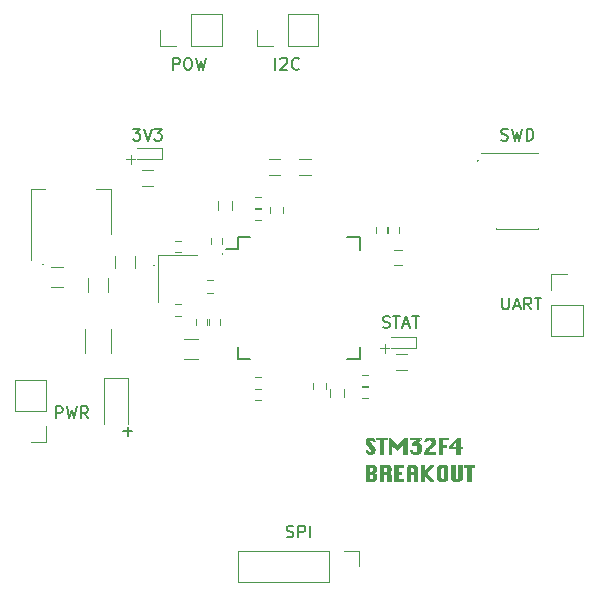
<source format=gbr>
G04 #@! TF.GenerationSoftware,KiCad,Pcbnew,(5.0.1-3-g963ef8bb5)*
G04 #@! TF.CreationDate,2020-12-22T09:25:36-05:00*
G04 #@! TF.ProjectId,STM32F4_Breakout,53544D333246345F427265616B6F7574,rev?*
G04 #@! TF.SameCoordinates,Original*
G04 #@! TF.FileFunction,Legend,Top*
G04 #@! TF.FilePolarity,Positive*
%FSLAX46Y46*%
G04 Gerber Fmt 4.6, Leading zero omitted, Abs format (unit mm)*
G04 Created by KiCad (PCBNEW (5.0.1-3-g963ef8bb5)) date Tuesday, December 22, 2020 at 09:25:36 am*
%MOMM*%
%LPD*%
G01*
G04 APERTURE LIST*
%ADD10C,0.200000*%
%ADD11C,0.120000*%
%ADD12C,0.150000*%
%ADD13C,0.010000*%
G04 APERTURE END LIST*
D10*
X54770000Y-69230000D02*
G75*
G03X54770000Y-69230000I-20000J0D01*
G01*
X45360000Y-69130000D02*
G75*
G03X45360000Y-69130000I-20000J0D01*
G01*
X82150000Y-60340000D02*
G75*
G03X82150000Y-60340000I-20000J0D01*
G01*
X60530000Y-68260000D02*
G75*
G03X60530000Y-68260000I-20000J0D01*
G01*
D11*
X73919047Y-76251428D02*
X74680952Y-76251428D01*
X74300000Y-76632380D02*
X74300000Y-75870476D01*
X52379047Y-60251428D02*
X53140952Y-60251428D01*
X52760000Y-60632380D02*
X52760000Y-59870476D01*
D12*
X52119047Y-83271428D02*
X52880952Y-83271428D01*
X52500000Y-83652380D02*
X52500000Y-82890476D01*
X74123809Y-74454761D02*
X74266666Y-74502380D01*
X74504761Y-74502380D01*
X74600000Y-74454761D01*
X74647619Y-74407142D01*
X74695238Y-74311904D01*
X74695238Y-74216666D01*
X74647619Y-74121428D01*
X74600000Y-74073809D01*
X74504761Y-74026190D01*
X74314285Y-73978571D01*
X74219047Y-73930952D01*
X74171428Y-73883333D01*
X74123809Y-73788095D01*
X74123809Y-73692857D01*
X74171428Y-73597619D01*
X74219047Y-73550000D01*
X74314285Y-73502380D01*
X74552380Y-73502380D01*
X74695238Y-73550000D01*
X74980952Y-73502380D02*
X75552380Y-73502380D01*
X75266666Y-74502380D02*
X75266666Y-73502380D01*
X75838095Y-74216666D02*
X76314285Y-74216666D01*
X75742857Y-74502380D02*
X76076190Y-73502380D01*
X76409523Y-74502380D01*
X76600000Y-73502380D02*
X77171428Y-73502380D01*
X76885714Y-74502380D02*
X76885714Y-73502380D01*
X52961904Y-57652380D02*
X53580952Y-57652380D01*
X53247619Y-58033333D01*
X53390476Y-58033333D01*
X53485714Y-58080952D01*
X53533333Y-58128571D01*
X53580952Y-58223809D01*
X53580952Y-58461904D01*
X53533333Y-58557142D01*
X53485714Y-58604761D01*
X53390476Y-58652380D01*
X53104761Y-58652380D01*
X53009523Y-58604761D01*
X52961904Y-58557142D01*
X53866666Y-57652380D02*
X54200000Y-58652380D01*
X54533333Y-57652380D01*
X54771428Y-57652380D02*
X55390476Y-57652380D01*
X55057142Y-58033333D01*
X55200000Y-58033333D01*
X55295238Y-58080952D01*
X55342857Y-58128571D01*
X55390476Y-58223809D01*
X55390476Y-58461904D01*
X55342857Y-58557142D01*
X55295238Y-58604761D01*
X55200000Y-58652380D01*
X54914285Y-58652380D01*
X54819047Y-58604761D01*
X54771428Y-58557142D01*
X56342857Y-52652380D02*
X56342857Y-51652380D01*
X56723809Y-51652380D01*
X56819047Y-51700000D01*
X56866666Y-51747619D01*
X56914285Y-51842857D01*
X56914285Y-51985714D01*
X56866666Y-52080952D01*
X56819047Y-52128571D01*
X56723809Y-52176190D01*
X56342857Y-52176190D01*
X57533333Y-51652380D02*
X57723809Y-51652380D01*
X57819047Y-51700000D01*
X57914285Y-51795238D01*
X57961904Y-51985714D01*
X57961904Y-52319047D01*
X57914285Y-52509523D01*
X57819047Y-52604761D01*
X57723809Y-52652380D01*
X57533333Y-52652380D01*
X57438095Y-52604761D01*
X57342857Y-52509523D01*
X57295238Y-52319047D01*
X57295238Y-51985714D01*
X57342857Y-51795238D01*
X57438095Y-51700000D01*
X57533333Y-51652380D01*
X58295238Y-51652380D02*
X58533333Y-52652380D01*
X58723809Y-51938095D01*
X58914285Y-52652380D01*
X59152380Y-51652380D01*
X46436666Y-82162380D02*
X46436666Y-81162380D01*
X46817619Y-81162380D01*
X46912857Y-81210000D01*
X46960476Y-81257619D01*
X47008095Y-81352857D01*
X47008095Y-81495714D01*
X46960476Y-81590952D01*
X46912857Y-81638571D01*
X46817619Y-81686190D01*
X46436666Y-81686190D01*
X47341428Y-81162380D02*
X47579523Y-82162380D01*
X47770000Y-81448095D01*
X47960476Y-82162380D01*
X48198571Y-81162380D01*
X49150952Y-82162380D02*
X48817619Y-81686190D01*
X48579523Y-82162380D02*
X48579523Y-81162380D01*
X48960476Y-81162380D01*
X49055714Y-81210000D01*
X49103333Y-81257619D01*
X49150952Y-81352857D01*
X49150952Y-81495714D01*
X49103333Y-81590952D01*
X49055714Y-81638571D01*
X48960476Y-81686190D01*
X48579523Y-81686190D01*
X65976190Y-92204761D02*
X66119047Y-92252380D01*
X66357142Y-92252380D01*
X66452380Y-92204761D01*
X66500000Y-92157142D01*
X66547619Y-92061904D01*
X66547619Y-91966666D01*
X66500000Y-91871428D01*
X66452380Y-91823809D01*
X66357142Y-91776190D01*
X66166666Y-91728571D01*
X66071428Y-91680952D01*
X66023809Y-91633333D01*
X65976190Y-91538095D01*
X65976190Y-91442857D01*
X66023809Y-91347619D01*
X66071428Y-91300000D01*
X66166666Y-91252380D01*
X66404761Y-91252380D01*
X66547619Y-91300000D01*
X66976190Y-92252380D02*
X66976190Y-91252380D01*
X67357142Y-91252380D01*
X67452380Y-91300000D01*
X67500000Y-91347619D01*
X67547619Y-91442857D01*
X67547619Y-91585714D01*
X67500000Y-91680952D01*
X67452380Y-91728571D01*
X67357142Y-91776190D01*
X66976190Y-91776190D01*
X67976190Y-92252380D02*
X67976190Y-91252380D01*
X84204761Y-71952380D02*
X84204761Y-72761904D01*
X84252380Y-72857142D01*
X84300000Y-72904761D01*
X84395238Y-72952380D01*
X84585714Y-72952380D01*
X84680952Y-72904761D01*
X84728571Y-72857142D01*
X84776190Y-72761904D01*
X84776190Y-71952380D01*
X85204761Y-72666666D02*
X85680952Y-72666666D01*
X85109523Y-72952380D02*
X85442857Y-71952380D01*
X85776190Y-72952380D01*
X86680952Y-72952380D02*
X86347619Y-72476190D01*
X86109523Y-72952380D02*
X86109523Y-71952380D01*
X86490476Y-71952380D01*
X86585714Y-72000000D01*
X86633333Y-72047619D01*
X86680952Y-72142857D01*
X86680952Y-72285714D01*
X86633333Y-72380952D01*
X86585714Y-72428571D01*
X86490476Y-72476190D01*
X86109523Y-72476190D01*
X86966666Y-71952380D02*
X87538095Y-71952380D01*
X87252380Y-72952380D02*
X87252380Y-71952380D01*
X65023809Y-52652380D02*
X65023809Y-51652380D01*
X65452380Y-51747619D02*
X65500000Y-51700000D01*
X65595238Y-51652380D01*
X65833333Y-51652380D01*
X65928571Y-51700000D01*
X65976190Y-51747619D01*
X66023809Y-51842857D01*
X66023809Y-51938095D01*
X65976190Y-52080952D01*
X65404761Y-52652380D01*
X66023809Y-52652380D01*
X67023809Y-52557142D02*
X66976190Y-52604761D01*
X66833333Y-52652380D01*
X66738095Y-52652380D01*
X66595238Y-52604761D01*
X66500000Y-52509523D01*
X66452380Y-52414285D01*
X66404761Y-52223809D01*
X66404761Y-52080952D01*
X66452380Y-51890476D01*
X66500000Y-51795238D01*
X66595238Y-51700000D01*
X66738095Y-51652380D01*
X66833333Y-51652380D01*
X66976190Y-51700000D01*
X67023809Y-51747619D01*
X84142857Y-58604761D02*
X84285714Y-58652380D01*
X84523809Y-58652380D01*
X84619047Y-58604761D01*
X84666666Y-58557142D01*
X84714285Y-58461904D01*
X84714285Y-58366666D01*
X84666666Y-58271428D01*
X84619047Y-58223809D01*
X84523809Y-58176190D01*
X84333333Y-58128571D01*
X84238095Y-58080952D01*
X84190476Y-58033333D01*
X84142857Y-57938095D01*
X84142857Y-57842857D01*
X84190476Y-57747619D01*
X84238095Y-57700000D01*
X84333333Y-57652380D01*
X84571428Y-57652380D01*
X84714285Y-57700000D01*
X85047619Y-57652380D02*
X85285714Y-58652380D01*
X85476190Y-57938095D01*
X85666666Y-58652380D01*
X85904761Y-57652380D01*
X86285714Y-58652380D02*
X86285714Y-57652380D01*
X86523809Y-57652380D01*
X86666666Y-57700000D01*
X86761904Y-57795238D01*
X86809523Y-57890476D01*
X86857142Y-58080952D01*
X86857142Y-58223809D01*
X86809523Y-58414285D01*
X86761904Y-58509523D01*
X86666666Y-58604761D01*
X86523809Y-58652380D01*
X86285714Y-58652380D01*
D11*
G04 #@! TO.C,J4*
X87265000Y-66070000D02*
X87265000Y-66135000D01*
X83735000Y-66070000D02*
X83735000Y-66135000D01*
X87265000Y-59665000D02*
X87265000Y-59730000D01*
X83735000Y-59665000D02*
X83735000Y-59730000D01*
X82410000Y-59730000D02*
X83735000Y-59730000D01*
X83735000Y-66135000D02*
X87265000Y-66135000D01*
X83735000Y-59665000D02*
X87265000Y-59665000D01*
G04 #@! TO.C,C1*
X53150000Y-69400000D02*
X53150000Y-68400000D01*
X51450000Y-68400000D02*
X51450000Y-69400000D01*
G04 #@! TO.C,C2*
X47050000Y-69350000D02*
X46050000Y-69350000D01*
X46050000Y-71050000D02*
X47050000Y-71050000D01*
G04 #@! TO.C,C4*
X60470000Y-67400000D02*
X60470000Y-66900000D01*
X59530000Y-66900000D02*
X59530000Y-67400000D01*
G04 #@! TO.C,C5*
X63300000Y-79645000D02*
X63800000Y-79645000D01*
X63800000Y-78705000D02*
X63300000Y-78705000D01*
G04 #@! TO.C,C6*
X63800000Y-79705000D02*
X63300000Y-79705000D01*
X63300000Y-80645000D02*
X63800000Y-80645000D01*
G04 #@! TO.C,C7*
X72820719Y-79501942D02*
X72320719Y-79501942D01*
X72320719Y-80441942D02*
X72820719Y-80441942D01*
G04 #@! TO.C,C8*
X72320719Y-79441942D02*
X72820719Y-79441942D01*
X72820719Y-78501942D02*
X72320719Y-78501942D01*
G04 #@! TO.C,C9*
X74530000Y-66000000D02*
X74530000Y-66500000D01*
X75470000Y-66500000D02*
X75470000Y-66000000D01*
G04 #@! TO.C,C10*
X74470000Y-66500000D02*
X74470000Y-66000000D01*
X73530000Y-66000000D02*
X73530000Y-66500000D01*
G04 #@! TO.C,C11*
X63800000Y-64430000D02*
X63300000Y-64430000D01*
X63300000Y-65370000D02*
X63800000Y-65370000D01*
G04 #@! TO.C,C12*
X63300000Y-64370000D02*
X63800000Y-64370000D01*
X63800000Y-63430000D02*
X63300000Y-63430000D01*
G04 #@! TO.C,C13*
X57000000Y-67130000D02*
X56500000Y-67130000D01*
X56500000Y-68070000D02*
X57000000Y-68070000D01*
G04 #@! TO.C,C14*
X56500000Y-73470000D02*
X57000000Y-73470000D01*
X57000000Y-72530000D02*
X56500000Y-72530000D01*
G04 #@! TO.C,C15*
X59270000Y-74300000D02*
X59270000Y-73800000D01*
X58330000Y-73800000D02*
X58330000Y-74300000D01*
G04 #@! TO.C,C16*
X60370000Y-74300000D02*
X60370000Y-73800000D01*
X59430000Y-73800000D02*
X59430000Y-74300000D01*
G04 #@! TO.C,C18*
X75050000Y-67950000D02*
X75750000Y-67950000D01*
X75750000Y-69150000D02*
X75050000Y-69150000D01*
G04 #@! TO.C,D1*
X52500000Y-78750000D02*
X52500000Y-82650000D01*
X50500000Y-78750000D02*
X50500000Y-82650000D01*
X52500000Y-78750000D02*
X50500000Y-78750000D01*
G04 #@! TO.C,D2*
X55427000Y-60250000D02*
X53327000Y-60250000D01*
X55427000Y-59250000D02*
X53327000Y-59250000D01*
X55427000Y-60250000D02*
X55427000Y-59250000D01*
G04 #@! TO.C,D3*
X76950000Y-76250000D02*
X76950000Y-75250000D01*
X76950000Y-75250000D02*
X74850000Y-75250000D01*
X76950000Y-76250000D02*
X74850000Y-76250000D01*
G04 #@! TO.C,F1*
X48930000Y-76600000D02*
X48930000Y-74600000D01*
X51070000Y-74600000D02*
X51070000Y-76600000D01*
G04 #@! TO.C,FB1*
X50880000Y-70300000D02*
X50880000Y-71500000D01*
X49120000Y-71500000D02*
X49120000Y-70300000D01*
G04 #@! TO.C,FB2*
X57250000Y-75420000D02*
X58450000Y-75420000D01*
X58450000Y-77180000D02*
X57250000Y-77180000D01*
G04 #@! TO.C,HSE1*
X55100000Y-68300000D02*
X55100000Y-72300000D01*
X58400000Y-68300000D02*
X55100000Y-68300000D01*
G04 #@! TO.C,J1*
X88370000Y-75170000D02*
X91030000Y-75170000D01*
X88370000Y-72570000D02*
X88370000Y-75170000D01*
X91030000Y-72570000D02*
X91030000Y-75170000D01*
X88370000Y-72570000D02*
X91030000Y-72570000D01*
X88370000Y-71300000D02*
X88370000Y-69970000D01*
X88370000Y-69970000D02*
X89700000Y-69970000D01*
G04 #@! TO.C,J2*
X45630000Y-78930000D02*
X42970000Y-78930000D01*
X45630000Y-81530000D02*
X45630000Y-78930000D01*
X42970000Y-81530000D02*
X42970000Y-78930000D01*
X45630000Y-81530000D02*
X42970000Y-81530000D01*
X45630000Y-82800000D02*
X45630000Y-84130000D01*
X45630000Y-84130000D02*
X44300000Y-84130000D01*
G04 #@! TO.C,J3*
X55270000Y-50630000D02*
X55270000Y-49300000D01*
X56600000Y-50630000D02*
X55270000Y-50630000D01*
X57870000Y-50630000D02*
X57870000Y-47970000D01*
X57870000Y-47970000D02*
X60470000Y-47970000D01*
X57870000Y-50630000D02*
X60470000Y-50630000D01*
X60470000Y-50630000D02*
X60470000Y-47970000D01*
G04 #@! TO.C,J5*
X63470000Y-50630000D02*
X63470000Y-49300000D01*
X64800000Y-50630000D02*
X63470000Y-50630000D01*
X66070000Y-50630000D02*
X66070000Y-47970000D01*
X66070000Y-47970000D02*
X68670000Y-47970000D01*
X66070000Y-50630000D02*
X68670000Y-50630000D01*
X68670000Y-50630000D02*
X68670000Y-47970000D01*
G04 #@! TO.C,J6*
X72130000Y-93370000D02*
X72130000Y-94700000D01*
X70800000Y-93370000D02*
X72130000Y-93370000D01*
X69530000Y-93370000D02*
X69530000Y-96030000D01*
X69530000Y-96030000D02*
X61850000Y-96030000D01*
X69530000Y-93370000D02*
X61850000Y-93370000D01*
X61850000Y-93370000D02*
X61850000Y-96030000D01*
G04 #@! TO.C,R1*
X53700000Y-61102000D02*
X54700000Y-61102000D01*
X54700000Y-62462000D02*
X53700000Y-62462000D01*
G04 #@! TO.C,R2*
X59700000Y-70470000D02*
X59200000Y-70470000D01*
X59200000Y-71530000D02*
X59700000Y-71530000D01*
G04 #@! TO.C,R3*
X65450000Y-61530000D02*
X64450000Y-61530000D01*
X64450000Y-60170000D02*
X65450000Y-60170000D01*
G04 #@! TO.C,R4*
X68000000Y-61530000D02*
X67000000Y-61530000D01*
X67000000Y-60170000D02*
X68000000Y-60170000D01*
G04 #@! TO.C,R5*
X64570000Y-64250000D02*
X64570000Y-64750000D01*
X65630000Y-64750000D02*
X65630000Y-64250000D01*
G04 #@! TO.C,R6*
X68220000Y-79200000D02*
X68220000Y-79700000D01*
X69280000Y-79700000D02*
X69280000Y-79200000D01*
G04 #@! TO.C,R7*
X76200000Y-78080000D02*
X75200000Y-78080000D01*
X75200000Y-76720000D02*
X76200000Y-76720000D01*
G04 #@! TO.C,U1*
X44290000Y-68800000D02*
X44290000Y-62790000D01*
X51110000Y-66550000D02*
X51110000Y-62790000D01*
X44290000Y-62790000D02*
X45550000Y-62790000D01*
X51110000Y-62790000D02*
X49850000Y-62790000D01*
D12*
G04 #@! TO.C,U2*
X61825000Y-67825000D02*
X60800000Y-67825000D01*
X72175000Y-66825000D02*
X71100000Y-66825000D01*
X72175000Y-77175000D02*
X71100000Y-77175000D01*
X61825000Y-77175000D02*
X62900000Y-77175000D01*
X61825000Y-66825000D02*
X62900000Y-66825000D01*
X61825000Y-77175000D02*
X61825000Y-76100000D01*
X72175000Y-77175000D02*
X72175000Y-76100000D01*
X72175000Y-66825000D02*
X72175000Y-67900000D01*
X61825000Y-66825000D02*
X61825000Y-67825000D01*
D11*
G04 #@! TO.C,C17*
X70850000Y-79700000D02*
X70850000Y-80400000D01*
X69650000Y-80400000D02*
X69650000Y-79700000D01*
G04 #@! TO.C,C3*
X60150000Y-64500000D02*
X60150000Y-63800000D01*
X61350000Y-63800000D02*
X61350000Y-64500000D01*
D13*
G04 #@! TO.C,G\002A\002A\002A*
G36*
X80653920Y-84557320D02*
X80801240Y-84557320D01*
X80801240Y-84709720D01*
X80653920Y-84709720D01*
X80653920Y-85161840D01*
X80354200Y-85161840D01*
X80354200Y-84709720D01*
X79749680Y-84709720D01*
X79749680Y-84564037D01*
X79760466Y-84550531D01*
X79901709Y-84550531D01*
X79902055Y-84552273D01*
X79904974Y-84553689D01*
X79911304Y-84554813D01*
X79921883Y-84555679D01*
X79937549Y-84556319D01*
X79959139Y-84556768D01*
X79987492Y-84557059D01*
X80023444Y-84557225D01*
X80067833Y-84557301D01*
X80121497Y-84557319D01*
X80124812Y-84557320D01*
X80354200Y-84557320D01*
X80354200Y-84271751D01*
X80354169Y-84209832D01*
X80354068Y-84157366D01*
X80353876Y-84113646D01*
X80353577Y-84077965D01*
X80353154Y-84049617D01*
X80352588Y-84027893D01*
X80351861Y-84012088D01*
X80350957Y-84001494D01*
X80349857Y-83995404D01*
X80348544Y-83993112D01*
X80347247Y-83993621D01*
X80342968Y-83998769D01*
X80332895Y-84011194D01*
X80317564Y-84030224D01*
X80297512Y-84055189D01*
X80273277Y-84085420D01*
X80245396Y-84120246D01*
X80214406Y-84158997D01*
X80180843Y-84201003D01*
X80145245Y-84245594D01*
X80125535Y-84270300D01*
X80089039Y-84316043D01*
X80054273Y-84359597D01*
X80021777Y-84400288D01*
X79992090Y-84437440D01*
X79965753Y-84470380D01*
X79943303Y-84498431D01*
X79925282Y-84520920D01*
X79912229Y-84537172D01*
X79904682Y-84546512D01*
X79903100Y-84548430D01*
X79901709Y-84550531D01*
X79760466Y-84550531D01*
X80052593Y-84184758D01*
X80355507Y-83805480D01*
X80653920Y-83805480D01*
X80653920Y-84557320D01*
X80653920Y-84557320D01*
G37*
X80653920Y-84557320D02*
X80801240Y-84557320D01*
X80801240Y-84709720D01*
X80653920Y-84709720D01*
X80653920Y-85161840D01*
X80354200Y-85161840D01*
X80354200Y-84709720D01*
X79749680Y-84709720D01*
X79749680Y-84564037D01*
X79760466Y-84550531D01*
X79901709Y-84550531D01*
X79902055Y-84552273D01*
X79904974Y-84553689D01*
X79911304Y-84554813D01*
X79921883Y-84555679D01*
X79937549Y-84556319D01*
X79959139Y-84556768D01*
X79987492Y-84557059D01*
X80023444Y-84557225D01*
X80067833Y-84557301D01*
X80121497Y-84557319D01*
X80124812Y-84557320D01*
X80354200Y-84557320D01*
X80354200Y-84271751D01*
X80354169Y-84209832D01*
X80354068Y-84157366D01*
X80353876Y-84113646D01*
X80353577Y-84077965D01*
X80353154Y-84049617D01*
X80352588Y-84027893D01*
X80351861Y-84012088D01*
X80350957Y-84001494D01*
X80349857Y-83995404D01*
X80348544Y-83993112D01*
X80347247Y-83993621D01*
X80342968Y-83998769D01*
X80332895Y-84011194D01*
X80317564Y-84030224D01*
X80297512Y-84055189D01*
X80273277Y-84085420D01*
X80245396Y-84120246D01*
X80214406Y-84158997D01*
X80180843Y-84201003D01*
X80145245Y-84245594D01*
X80125535Y-84270300D01*
X80089039Y-84316043D01*
X80054273Y-84359597D01*
X80021777Y-84400288D01*
X79992090Y-84437440D01*
X79965753Y-84470380D01*
X79943303Y-84498431D01*
X79925282Y-84520920D01*
X79912229Y-84537172D01*
X79904682Y-84546512D01*
X79903100Y-84548430D01*
X79901709Y-84550531D01*
X79760466Y-84550531D01*
X80052593Y-84184758D01*
X80355507Y-83805480D01*
X80653920Y-83805480D01*
X80653920Y-84557320D01*
G36*
X79597280Y-83957880D02*
X79145160Y-83957880D01*
X79145160Y-84404920D01*
X79444880Y-84404920D01*
X79444880Y-84557320D01*
X79145160Y-84557320D01*
X79145160Y-85161840D01*
X78845440Y-85161840D01*
X78845440Y-83805480D01*
X79597280Y-83805480D01*
X79597280Y-83957880D01*
X79597280Y-83957880D01*
G37*
X79597280Y-83957880D02*
X79145160Y-83957880D01*
X79145160Y-84404920D01*
X79444880Y-84404920D01*
X79444880Y-84557320D01*
X79145160Y-84557320D01*
X79145160Y-85161840D01*
X78845440Y-85161840D01*
X78845440Y-83805480D01*
X79597280Y-83805480D01*
X79597280Y-83957880D01*
G36*
X78139163Y-83808059D02*
X78180755Y-83808150D01*
X78214403Y-83808371D01*
X78241214Y-83808774D01*
X78262298Y-83809413D01*
X78278761Y-83810340D01*
X78291712Y-83811608D01*
X78302259Y-83813269D01*
X78311509Y-83815376D01*
X78320570Y-83817982D01*
X78324740Y-83819287D01*
X78375394Y-83840454D01*
X78421331Y-83870463D01*
X78459067Y-83905319D01*
X78487300Y-83939027D01*
X78508803Y-83973340D01*
X78524224Y-84010122D01*
X78534211Y-84051239D01*
X78539413Y-84098556D01*
X78540564Y-84139864D01*
X78539460Y-84180509D01*
X78535526Y-84215822D01*
X78527979Y-84247950D01*
X78516034Y-84279037D01*
X78498906Y-84311229D01*
X78475812Y-84346671D01*
X78453877Y-84376980D01*
X78425097Y-84412635D01*
X78388855Y-84452652D01*
X78346252Y-84495917D01*
X78298389Y-84541320D01*
X78246365Y-84587750D01*
X78238380Y-84594640D01*
X78169613Y-84655862D01*
X78109777Y-84713674D01*
X78058934Y-84767996D01*
X78017146Y-84818746D01*
X77984476Y-84865842D01*
X77960987Y-84909206D01*
X77946742Y-84948754D01*
X77942058Y-84977371D01*
X77940016Y-85009440D01*
X78540640Y-85009440D01*
X78540640Y-85161840D01*
X77641480Y-85161840D01*
X77641480Y-85076547D01*
X77641937Y-85035596D01*
X77643368Y-85003468D01*
X77645859Y-84978862D01*
X77649244Y-84961445D01*
X77664317Y-84919535D01*
X77688466Y-84874159D01*
X77721372Y-84825725D01*
X77762717Y-84774639D01*
X77812184Y-84721308D01*
X77869454Y-84666138D01*
X77904888Y-84634528D01*
X77964384Y-84582062D01*
X78016202Y-84534677D01*
X78061002Y-84491645D01*
X78099443Y-84452238D01*
X78132185Y-84415728D01*
X78159887Y-84381389D01*
X78183209Y-84348493D01*
X78202808Y-84316313D01*
X78215839Y-84291440D01*
X78228633Y-84262896D01*
X78237457Y-84236527D01*
X78242831Y-84209474D01*
X78245272Y-84178876D01*
X78245300Y-84141874D01*
X78244977Y-84130862D01*
X78243823Y-84103112D01*
X78242271Y-84083039D01*
X78239892Y-84068162D01*
X78236254Y-84055999D01*
X78230928Y-84044067D01*
X78229408Y-84041073D01*
X78217491Y-84022438D01*
X78201806Y-84003485D01*
X78192618Y-83994464D01*
X78179247Y-83983387D01*
X78166336Y-83974783D01*
X78152377Y-83968345D01*
X78135858Y-83963766D01*
X78115267Y-83960740D01*
X78089096Y-83958960D01*
X78055832Y-83958118D01*
X78013965Y-83957908D01*
X78012685Y-83957908D01*
X77979126Y-83958150D01*
X77947953Y-83958811D01*
X77920976Y-83959817D01*
X77900004Y-83961096D01*
X77886847Y-83962576D01*
X77884722Y-83963041D01*
X77854383Y-83976563D01*
X77828809Y-83998380D01*
X77808935Y-84027378D01*
X77795694Y-84062442D01*
X77793570Y-84071822D01*
X77786936Y-84105199D01*
X77713977Y-84105200D01*
X77641019Y-84105200D01*
X77644213Y-84086150D01*
X77657985Y-84023829D01*
X77677135Y-83969946D01*
X77701936Y-83924154D01*
X77732660Y-83886107D01*
X77769578Y-83855460D01*
X77812963Y-83831865D01*
X77855889Y-83816886D01*
X77865182Y-83814617D01*
X77875713Y-83812766D01*
X77888563Y-83811292D01*
X77904814Y-83810152D01*
X77925550Y-83809308D01*
X77951853Y-83808716D01*
X77984804Y-83808337D01*
X78025486Y-83808128D01*
X78074981Y-83808049D01*
X78088520Y-83808045D01*
X78139163Y-83808059D01*
X78139163Y-83808059D01*
G37*
X78139163Y-83808059D02*
X78180755Y-83808150D01*
X78214403Y-83808371D01*
X78241214Y-83808774D01*
X78262298Y-83809413D01*
X78278761Y-83810340D01*
X78291712Y-83811608D01*
X78302259Y-83813269D01*
X78311509Y-83815376D01*
X78320570Y-83817982D01*
X78324740Y-83819287D01*
X78375394Y-83840454D01*
X78421331Y-83870463D01*
X78459067Y-83905319D01*
X78487300Y-83939027D01*
X78508803Y-83973340D01*
X78524224Y-84010122D01*
X78534211Y-84051239D01*
X78539413Y-84098556D01*
X78540564Y-84139864D01*
X78539460Y-84180509D01*
X78535526Y-84215822D01*
X78527979Y-84247950D01*
X78516034Y-84279037D01*
X78498906Y-84311229D01*
X78475812Y-84346671D01*
X78453877Y-84376980D01*
X78425097Y-84412635D01*
X78388855Y-84452652D01*
X78346252Y-84495917D01*
X78298389Y-84541320D01*
X78246365Y-84587750D01*
X78238380Y-84594640D01*
X78169613Y-84655862D01*
X78109777Y-84713674D01*
X78058934Y-84767996D01*
X78017146Y-84818746D01*
X77984476Y-84865842D01*
X77960987Y-84909206D01*
X77946742Y-84948754D01*
X77942058Y-84977371D01*
X77940016Y-85009440D01*
X78540640Y-85009440D01*
X78540640Y-85161840D01*
X77641480Y-85161840D01*
X77641480Y-85076547D01*
X77641937Y-85035596D01*
X77643368Y-85003468D01*
X77645859Y-84978862D01*
X77649244Y-84961445D01*
X77664317Y-84919535D01*
X77688466Y-84874159D01*
X77721372Y-84825725D01*
X77762717Y-84774639D01*
X77812184Y-84721308D01*
X77869454Y-84666138D01*
X77904888Y-84634528D01*
X77964384Y-84582062D01*
X78016202Y-84534677D01*
X78061002Y-84491645D01*
X78099443Y-84452238D01*
X78132185Y-84415728D01*
X78159887Y-84381389D01*
X78183209Y-84348493D01*
X78202808Y-84316313D01*
X78215839Y-84291440D01*
X78228633Y-84262896D01*
X78237457Y-84236527D01*
X78242831Y-84209474D01*
X78245272Y-84178876D01*
X78245300Y-84141874D01*
X78244977Y-84130862D01*
X78243823Y-84103112D01*
X78242271Y-84083039D01*
X78239892Y-84068162D01*
X78236254Y-84055999D01*
X78230928Y-84044067D01*
X78229408Y-84041073D01*
X78217491Y-84022438D01*
X78201806Y-84003485D01*
X78192618Y-83994464D01*
X78179247Y-83983387D01*
X78166336Y-83974783D01*
X78152377Y-83968345D01*
X78135858Y-83963766D01*
X78115267Y-83960740D01*
X78089096Y-83958960D01*
X78055832Y-83958118D01*
X78013965Y-83957908D01*
X78012685Y-83957908D01*
X77979126Y-83958150D01*
X77947953Y-83958811D01*
X77920976Y-83959817D01*
X77900004Y-83961096D01*
X77886847Y-83962576D01*
X77884722Y-83963041D01*
X77854383Y-83976563D01*
X77828809Y-83998380D01*
X77808935Y-84027378D01*
X77795694Y-84062442D01*
X77793570Y-84071822D01*
X77786936Y-84105199D01*
X77713977Y-84105200D01*
X77641019Y-84105200D01*
X77644213Y-84086150D01*
X77657985Y-84023829D01*
X77677135Y-83969946D01*
X77701936Y-83924154D01*
X77732660Y-83886107D01*
X77769578Y-83855460D01*
X77812963Y-83831865D01*
X77855889Y-83816886D01*
X77865182Y-83814617D01*
X77875713Y-83812766D01*
X77888563Y-83811292D01*
X77904814Y-83810152D01*
X77925550Y-83809308D01*
X77951853Y-83808716D01*
X77984804Y-83808337D01*
X78025486Y-83808128D01*
X78074981Y-83808049D01*
X78088520Y-83808045D01*
X78139163Y-83808059D01*
G36*
X77336680Y-83956783D02*
X76883926Y-84256113D01*
X76984573Y-84259028D01*
X77028603Y-84260675D01*
X77064220Y-84262993D01*
X77093163Y-84266292D01*
X77117171Y-84270878D01*
X77137986Y-84277061D01*
X77157346Y-84285150D01*
X77170866Y-84292057D01*
X77207400Y-84316661D01*
X77242572Y-84349440D01*
X77274575Y-84388415D01*
X77301601Y-84431612D01*
X77305678Y-84439447D01*
X77313338Y-84455046D01*
X77319623Y-84469387D01*
X77324668Y-84483664D01*
X77328609Y-84499073D01*
X77331581Y-84516808D01*
X77333720Y-84538065D01*
X77335163Y-84564037D01*
X77336044Y-84595921D01*
X77336499Y-84634911D01*
X77336663Y-84682201D01*
X77336680Y-84712514D01*
X77336637Y-84761486D01*
X77336474Y-84801505D01*
X77336136Y-84833779D01*
X77335569Y-84859514D01*
X77334717Y-84879918D01*
X77333527Y-84896199D01*
X77331944Y-84909562D01*
X77329913Y-84921216D01*
X77327381Y-84932368D01*
X77326631Y-84935345D01*
X77314806Y-84972957D01*
X77299181Y-85005477D01*
X77277857Y-85036265D01*
X77254681Y-85062688D01*
X77211938Y-85101000D01*
X77164757Y-85130398D01*
X77123320Y-85147545D01*
X77113913Y-85150449D01*
X77104425Y-85152800D01*
X77093666Y-85154665D01*
X77080443Y-85156113D01*
X77063566Y-85157213D01*
X77041844Y-85158034D01*
X77014085Y-85158643D01*
X76979098Y-85159110D01*
X76935692Y-85159503D01*
X76912500Y-85159678D01*
X76868916Y-85159865D01*
X76826791Y-85159801D01*
X76787653Y-85159506D01*
X76753028Y-85159000D01*
X76724443Y-85158305D01*
X76703425Y-85157441D01*
X76694060Y-85156749D01*
X76640816Y-85146887D01*
X76593643Y-85128980D01*
X76552500Y-85102981D01*
X76517344Y-85068845D01*
X76488134Y-85026527D01*
X76464826Y-84975980D01*
X76447381Y-84917160D01*
X76440253Y-84881170D01*
X76437059Y-84862120D01*
X76582976Y-84862120D01*
X76589610Y-84895497D01*
X76601085Y-84931876D01*
X76619422Y-84962462D01*
X76643687Y-84986140D01*
X76672946Y-85001795D01*
X76680762Y-85004278D01*
X76691151Y-85005770D01*
X76709943Y-85007088D01*
X76735379Y-85008165D01*
X76765701Y-85008933D01*
X76799153Y-85009325D01*
X76813440Y-85009362D01*
X76850606Y-85009308D01*
X76879142Y-85009076D01*
X76900579Y-85008533D01*
X76916447Y-85007549D01*
X76928275Y-85005991D01*
X76937593Y-85003728D01*
X76945933Y-85000630D01*
X76953140Y-84997361D01*
X76983050Y-84978618D01*
X77008948Y-84953507D01*
X77027858Y-84924950D01*
X77028758Y-84923080D01*
X77031640Y-84916491D01*
X77033971Y-84909505D01*
X77035821Y-84900987D01*
X77037260Y-84889804D01*
X77038359Y-84874820D01*
X77039187Y-84854900D01*
X77039814Y-84828911D01*
X77040311Y-84795718D01*
X77040747Y-84754185D01*
X77041011Y-84724525D01*
X77041389Y-84677374D01*
X77041595Y-84639215D01*
X77041577Y-84608882D01*
X77041283Y-84585209D01*
X77040663Y-84567028D01*
X77039664Y-84553174D01*
X77038236Y-84542479D01*
X77036326Y-84533777D01*
X77033884Y-84525901D01*
X77032034Y-84520799D01*
X77014382Y-84483535D01*
X76992173Y-84452891D01*
X76966516Y-84430282D01*
X76956365Y-84424233D01*
X76929119Y-84410000D01*
X76589920Y-84410000D01*
X76590198Y-84260140D01*
X76817389Y-84109016D01*
X77044580Y-83957893D01*
X76741050Y-83957886D01*
X76437520Y-83957880D01*
X76437520Y-83805480D01*
X77336680Y-83805480D01*
X77336680Y-83956783D01*
X77336680Y-83956783D01*
G37*
X77336680Y-83956783D02*
X76883926Y-84256113D01*
X76984573Y-84259028D01*
X77028603Y-84260675D01*
X77064220Y-84262993D01*
X77093163Y-84266292D01*
X77117171Y-84270878D01*
X77137986Y-84277061D01*
X77157346Y-84285150D01*
X77170866Y-84292057D01*
X77207400Y-84316661D01*
X77242572Y-84349440D01*
X77274575Y-84388415D01*
X77301601Y-84431612D01*
X77305678Y-84439447D01*
X77313338Y-84455046D01*
X77319623Y-84469387D01*
X77324668Y-84483664D01*
X77328609Y-84499073D01*
X77331581Y-84516808D01*
X77333720Y-84538065D01*
X77335163Y-84564037D01*
X77336044Y-84595921D01*
X77336499Y-84634911D01*
X77336663Y-84682201D01*
X77336680Y-84712514D01*
X77336637Y-84761486D01*
X77336474Y-84801505D01*
X77336136Y-84833779D01*
X77335569Y-84859514D01*
X77334717Y-84879918D01*
X77333527Y-84896199D01*
X77331944Y-84909562D01*
X77329913Y-84921216D01*
X77327381Y-84932368D01*
X77326631Y-84935345D01*
X77314806Y-84972957D01*
X77299181Y-85005477D01*
X77277857Y-85036265D01*
X77254681Y-85062688D01*
X77211938Y-85101000D01*
X77164757Y-85130398D01*
X77123320Y-85147545D01*
X77113913Y-85150449D01*
X77104425Y-85152800D01*
X77093666Y-85154665D01*
X77080443Y-85156113D01*
X77063566Y-85157213D01*
X77041844Y-85158034D01*
X77014085Y-85158643D01*
X76979098Y-85159110D01*
X76935692Y-85159503D01*
X76912500Y-85159678D01*
X76868916Y-85159865D01*
X76826791Y-85159801D01*
X76787653Y-85159506D01*
X76753028Y-85159000D01*
X76724443Y-85158305D01*
X76703425Y-85157441D01*
X76694060Y-85156749D01*
X76640816Y-85146887D01*
X76593643Y-85128980D01*
X76552500Y-85102981D01*
X76517344Y-85068845D01*
X76488134Y-85026527D01*
X76464826Y-84975980D01*
X76447381Y-84917160D01*
X76440253Y-84881170D01*
X76437059Y-84862120D01*
X76582976Y-84862120D01*
X76589610Y-84895497D01*
X76601085Y-84931876D01*
X76619422Y-84962462D01*
X76643687Y-84986140D01*
X76672946Y-85001795D01*
X76680762Y-85004278D01*
X76691151Y-85005770D01*
X76709943Y-85007088D01*
X76735379Y-85008165D01*
X76765701Y-85008933D01*
X76799153Y-85009325D01*
X76813440Y-85009362D01*
X76850606Y-85009308D01*
X76879142Y-85009076D01*
X76900579Y-85008533D01*
X76916447Y-85007549D01*
X76928275Y-85005991D01*
X76937593Y-85003728D01*
X76945933Y-85000630D01*
X76953140Y-84997361D01*
X76983050Y-84978618D01*
X77008948Y-84953507D01*
X77027858Y-84924950D01*
X77028758Y-84923080D01*
X77031640Y-84916491D01*
X77033971Y-84909505D01*
X77035821Y-84900987D01*
X77037260Y-84889804D01*
X77038359Y-84874820D01*
X77039187Y-84854900D01*
X77039814Y-84828911D01*
X77040311Y-84795718D01*
X77040747Y-84754185D01*
X77041011Y-84724525D01*
X77041389Y-84677374D01*
X77041595Y-84639215D01*
X77041577Y-84608882D01*
X77041283Y-84585209D01*
X77040663Y-84567028D01*
X77039664Y-84553174D01*
X77038236Y-84542479D01*
X77036326Y-84533777D01*
X77033884Y-84525901D01*
X77032034Y-84520799D01*
X77014382Y-84483535D01*
X76992173Y-84452891D01*
X76966516Y-84430282D01*
X76956365Y-84424233D01*
X76929119Y-84410000D01*
X76589920Y-84410000D01*
X76590198Y-84260140D01*
X76817389Y-84109016D01*
X77044580Y-83957893D01*
X76741050Y-83957886D01*
X76437520Y-83957880D01*
X76437520Y-83805480D01*
X77336680Y-83805480D01*
X77336680Y-83956783D01*
G36*
X75016381Y-84129160D02*
X75340549Y-84452841D01*
X75664259Y-84129160D01*
X75987969Y-83805480D01*
X76132720Y-83805480D01*
X76132720Y-85161840D01*
X75833000Y-85161840D01*
X75833000Y-84331296D01*
X75305368Y-84858854D01*
X75045418Y-84596327D01*
X75002918Y-84553467D01*
X74962456Y-84512782D01*
X74924606Y-84474842D01*
X74889940Y-84440214D01*
X74859030Y-84409467D01*
X74832450Y-84383170D01*
X74810772Y-84361889D01*
X74794568Y-84346195D01*
X74784411Y-84336654D01*
X74780914Y-84333800D01*
X74780151Y-84338777D01*
X74779439Y-84353302D01*
X74778784Y-84376761D01*
X74778192Y-84408541D01*
X74777671Y-84448030D01*
X74777227Y-84494614D01*
X74776868Y-84547681D01*
X74776599Y-84606618D01*
X74776427Y-84670812D01*
X74776360Y-84739650D01*
X74776360Y-85161840D01*
X74629040Y-85161840D01*
X74629040Y-83805480D01*
X74692213Y-83805480D01*
X75016381Y-84129160D01*
X75016381Y-84129160D01*
G37*
X75016381Y-84129160D02*
X75340549Y-84452841D01*
X75664259Y-84129160D01*
X75987969Y-83805480D01*
X76132720Y-83805480D01*
X76132720Y-85161840D01*
X75833000Y-85161840D01*
X75833000Y-84331296D01*
X75305368Y-84858854D01*
X75045418Y-84596327D01*
X75002918Y-84553467D01*
X74962456Y-84512782D01*
X74924606Y-84474842D01*
X74889940Y-84440214D01*
X74859030Y-84409467D01*
X74832450Y-84383170D01*
X74810772Y-84361889D01*
X74794568Y-84346195D01*
X74784411Y-84336654D01*
X74780914Y-84333800D01*
X74780151Y-84338777D01*
X74779439Y-84353302D01*
X74778784Y-84376761D01*
X74778192Y-84408541D01*
X74777671Y-84448030D01*
X74777227Y-84494614D01*
X74776868Y-84547681D01*
X74776599Y-84606618D01*
X74776427Y-84670812D01*
X74776360Y-84739650D01*
X74776360Y-85161840D01*
X74629040Y-85161840D01*
X74629040Y-83805480D01*
X74692213Y-83805480D01*
X75016381Y-84129160D01*
G36*
X74476640Y-83957880D02*
X74171840Y-83957880D01*
X74171840Y-85161840D01*
X73877200Y-85161840D01*
X73877200Y-83957880D01*
X73572400Y-83957880D01*
X73572400Y-83805480D01*
X74476640Y-83805480D01*
X74476640Y-83957880D01*
X74476640Y-83957880D01*
G37*
X74476640Y-83957880D02*
X74171840Y-83957880D01*
X74171840Y-85161840D01*
X73877200Y-85161840D01*
X73877200Y-83957880D01*
X73572400Y-83957880D01*
X73572400Y-83805480D01*
X74476640Y-83805480D01*
X74476640Y-83957880D01*
G36*
X73085460Y-83808058D02*
X73123224Y-83809171D01*
X73157319Y-83811025D01*
X73185775Y-83813617D01*
X73206620Y-83816946D01*
X73208233Y-83817325D01*
X73253792Y-83831976D01*
X73292701Y-83852467D01*
X73327413Y-83880131D01*
X73331713Y-83884291D01*
X73363935Y-83923198D01*
X73388410Y-83968575D01*
X73405047Y-84020210D01*
X73413154Y-84070910D01*
X73416378Y-84105200D01*
X73345036Y-84105200D01*
X73273693Y-84105199D01*
X73267305Y-84078530D01*
X73259252Y-84049796D01*
X73249868Y-84027688D01*
X73237445Y-84008676D01*
X73228114Y-83997612D01*
X73208817Y-83979385D01*
X73188274Y-83967395D01*
X73163854Y-83960632D01*
X73132929Y-83958086D01*
X73125012Y-83957991D01*
X73080306Y-83960986D01*
X73043444Y-83970342D01*
X73014202Y-83986245D01*
X72992359Y-84008880D01*
X72977691Y-84038431D01*
X72969976Y-84075084D01*
X72968988Y-84087420D01*
X72968939Y-84122480D01*
X72973498Y-84151014D01*
X72983298Y-84175844D01*
X72991993Y-84190192D01*
X72998078Y-84197961D01*
X73010243Y-84212480D01*
X73027780Y-84232937D01*
X73049981Y-84258522D01*
X73076140Y-84288424D01*
X73105549Y-84321831D01*
X73137500Y-84357933D01*
X73171286Y-84395918D01*
X73178684Y-84404211D01*
X73221580Y-84452405D01*
X73258172Y-84493872D01*
X73289039Y-84529358D01*
X73314760Y-84559607D01*
X73335916Y-84585365D01*
X73353085Y-84607377D01*
X73366848Y-84626389D01*
X73377783Y-84643146D01*
X73386470Y-84658394D01*
X73393489Y-84672877D01*
X73399419Y-84687341D01*
X73399985Y-84688841D01*
X73408400Y-84719085D01*
X73414303Y-84756350D01*
X73417622Y-84797795D01*
X73418285Y-84840581D01*
X73416221Y-84881865D01*
X73411357Y-84918808D01*
X73406339Y-84940254D01*
X73388160Y-84985850D01*
X73361623Y-85029774D01*
X73328508Y-85069669D01*
X73290595Y-85103178D01*
X73275378Y-85113698D01*
X73256547Y-85124149D01*
X73232902Y-85135083D01*
X73209403Y-85144217D01*
X73208305Y-85144591D01*
X73193879Y-85149242D01*
X73180764Y-85152720D01*
X73167061Y-85155225D01*
X73150867Y-85156959D01*
X73130283Y-85158123D01*
X73103406Y-85158918D01*
X73068338Y-85159546D01*
X73066940Y-85159568D01*
X73032198Y-85159837D01*
X72997575Y-85159640D01*
X72965620Y-85159024D01*
X72938882Y-85158037D01*
X72920819Y-85156817D01*
X72864108Y-85147510D01*
X72814753Y-85131212D01*
X72772678Y-85107850D01*
X72737809Y-85077346D01*
X72710073Y-85039625D01*
X72689394Y-84994612D01*
X72675699Y-84942230D01*
X72670259Y-84901490D01*
X72666758Y-84862120D01*
X72815480Y-84862120D01*
X72815508Y-84883710D01*
X72818850Y-84915845D01*
X72829461Y-84942545D01*
X72848084Y-84966111D01*
X72876069Y-84987917D01*
X72909117Y-85002001D01*
X72948224Y-85008721D01*
X72968361Y-85009440D01*
X73003059Y-85008081D01*
X73030309Y-85003544D01*
X73052512Y-84995138D01*
X73072070Y-84982172D01*
X73076673Y-84978274D01*
X73095473Y-84958035D01*
X73108060Y-84934939D01*
X73115214Y-84906873D01*
X73117715Y-84871728D01*
X73117740Y-84867200D01*
X73116709Y-84842740D01*
X73113027Y-84821147D01*
X73105809Y-84800653D01*
X73094168Y-84779494D01*
X73077221Y-84755904D01*
X73054082Y-84728117D01*
X73040059Y-84712260D01*
X72986119Y-84652025D01*
X72938553Y-84598820D01*
X72896925Y-84552137D01*
X72860800Y-84511464D01*
X72829743Y-84476291D01*
X72803318Y-84446108D01*
X72781090Y-84420405D01*
X72762624Y-84398672D01*
X72747485Y-84380399D01*
X72735237Y-84365076D01*
X72725445Y-84352192D01*
X72717674Y-84341237D01*
X72711488Y-84331702D01*
X72706452Y-84323076D01*
X72703884Y-84318282D01*
X72689653Y-84287656D01*
X72679505Y-84257290D01*
X72672918Y-84224611D01*
X72669369Y-84187050D01*
X72668336Y-84143300D01*
X72670304Y-84089158D01*
X72676652Y-84042670D01*
X72688048Y-84002031D01*
X72705159Y-83965437D01*
X72728653Y-83931084D01*
X72759196Y-83897168D01*
X72759496Y-83896869D01*
X72797786Y-83863226D01*
X72837167Y-83838290D01*
X72879934Y-83820682D01*
X72892253Y-83817034D01*
X72910624Y-83813665D01*
X72937156Y-83811048D01*
X72969877Y-83809180D01*
X73006816Y-83808061D01*
X73046001Y-83807687D01*
X73085460Y-83808058D01*
X73085460Y-83808058D01*
G37*
X73085460Y-83808058D02*
X73123224Y-83809171D01*
X73157319Y-83811025D01*
X73185775Y-83813617D01*
X73206620Y-83816946D01*
X73208233Y-83817325D01*
X73253792Y-83831976D01*
X73292701Y-83852467D01*
X73327413Y-83880131D01*
X73331713Y-83884291D01*
X73363935Y-83923198D01*
X73388410Y-83968575D01*
X73405047Y-84020210D01*
X73413154Y-84070910D01*
X73416378Y-84105200D01*
X73345036Y-84105200D01*
X73273693Y-84105199D01*
X73267305Y-84078530D01*
X73259252Y-84049796D01*
X73249868Y-84027688D01*
X73237445Y-84008676D01*
X73228114Y-83997612D01*
X73208817Y-83979385D01*
X73188274Y-83967395D01*
X73163854Y-83960632D01*
X73132929Y-83958086D01*
X73125012Y-83957991D01*
X73080306Y-83960986D01*
X73043444Y-83970342D01*
X73014202Y-83986245D01*
X72992359Y-84008880D01*
X72977691Y-84038431D01*
X72969976Y-84075084D01*
X72968988Y-84087420D01*
X72968939Y-84122480D01*
X72973498Y-84151014D01*
X72983298Y-84175844D01*
X72991993Y-84190192D01*
X72998078Y-84197961D01*
X73010243Y-84212480D01*
X73027780Y-84232937D01*
X73049981Y-84258522D01*
X73076140Y-84288424D01*
X73105549Y-84321831D01*
X73137500Y-84357933D01*
X73171286Y-84395918D01*
X73178684Y-84404211D01*
X73221580Y-84452405D01*
X73258172Y-84493872D01*
X73289039Y-84529358D01*
X73314760Y-84559607D01*
X73335916Y-84585365D01*
X73353085Y-84607377D01*
X73366848Y-84626389D01*
X73377783Y-84643146D01*
X73386470Y-84658394D01*
X73393489Y-84672877D01*
X73399419Y-84687341D01*
X73399985Y-84688841D01*
X73408400Y-84719085D01*
X73414303Y-84756350D01*
X73417622Y-84797795D01*
X73418285Y-84840581D01*
X73416221Y-84881865D01*
X73411357Y-84918808D01*
X73406339Y-84940254D01*
X73388160Y-84985850D01*
X73361623Y-85029774D01*
X73328508Y-85069669D01*
X73290595Y-85103178D01*
X73275378Y-85113698D01*
X73256547Y-85124149D01*
X73232902Y-85135083D01*
X73209403Y-85144217D01*
X73208305Y-85144591D01*
X73193879Y-85149242D01*
X73180764Y-85152720D01*
X73167061Y-85155225D01*
X73150867Y-85156959D01*
X73130283Y-85158123D01*
X73103406Y-85158918D01*
X73068338Y-85159546D01*
X73066940Y-85159568D01*
X73032198Y-85159837D01*
X72997575Y-85159640D01*
X72965620Y-85159024D01*
X72938882Y-85158037D01*
X72920819Y-85156817D01*
X72864108Y-85147510D01*
X72814753Y-85131212D01*
X72772678Y-85107850D01*
X72737809Y-85077346D01*
X72710073Y-85039625D01*
X72689394Y-84994612D01*
X72675699Y-84942230D01*
X72670259Y-84901490D01*
X72666758Y-84862120D01*
X72815480Y-84862120D01*
X72815508Y-84883710D01*
X72818850Y-84915845D01*
X72829461Y-84942545D01*
X72848084Y-84966111D01*
X72876069Y-84987917D01*
X72909117Y-85002001D01*
X72948224Y-85008721D01*
X72968361Y-85009440D01*
X73003059Y-85008081D01*
X73030309Y-85003544D01*
X73052512Y-84995138D01*
X73072070Y-84982172D01*
X73076673Y-84978274D01*
X73095473Y-84958035D01*
X73108060Y-84934939D01*
X73115214Y-84906873D01*
X73117715Y-84871728D01*
X73117740Y-84867200D01*
X73116709Y-84842740D01*
X73113027Y-84821147D01*
X73105809Y-84800653D01*
X73094168Y-84779494D01*
X73077221Y-84755904D01*
X73054082Y-84728117D01*
X73040059Y-84712260D01*
X72986119Y-84652025D01*
X72938553Y-84598820D01*
X72896925Y-84552137D01*
X72860800Y-84511464D01*
X72829743Y-84476291D01*
X72803318Y-84446108D01*
X72781090Y-84420405D01*
X72762624Y-84398672D01*
X72747485Y-84380399D01*
X72735237Y-84365076D01*
X72725445Y-84352192D01*
X72717674Y-84341237D01*
X72711488Y-84331702D01*
X72706452Y-84323076D01*
X72703884Y-84318282D01*
X72689653Y-84287656D01*
X72679505Y-84257290D01*
X72672918Y-84224611D01*
X72669369Y-84187050D01*
X72668336Y-84143300D01*
X72670304Y-84089158D01*
X72676652Y-84042670D01*
X72688048Y-84002031D01*
X72705159Y-83965437D01*
X72728653Y-83931084D01*
X72759196Y-83897168D01*
X72759496Y-83896869D01*
X72797786Y-83863226D01*
X72837167Y-83838290D01*
X72879934Y-83820682D01*
X72892253Y-83817034D01*
X72910624Y-83813665D01*
X72937156Y-83811048D01*
X72969877Y-83809180D01*
X73006816Y-83808061D01*
X73046001Y-83807687D01*
X73085460Y-83808058D01*
G36*
X81852800Y-86269280D02*
X81548000Y-86269280D01*
X81548000Y-87473240D01*
X81253360Y-87473240D01*
X81253360Y-86269280D01*
X80948560Y-86269280D01*
X80948560Y-86116880D01*
X81852800Y-86116880D01*
X81852800Y-86269280D01*
X81852800Y-86269280D01*
G37*
X81852800Y-86269280D02*
X81548000Y-86269280D01*
X81548000Y-87473240D01*
X81253360Y-87473240D01*
X81253360Y-86269280D01*
X80948560Y-86269280D01*
X80948560Y-86116880D01*
X81852800Y-86116880D01*
X81852800Y-86269280D01*
G36*
X80196769Y-86661710D02*
X80196819Y-87206540D01*
X80209034Y-87232774D01*
X80226745Y-87261684D01*
X80250380Y-87287265D01*
X80276919Y-87306333D01*
X80280708Y-87308308D01*
X80293820Y-87313495D01*
X80309386Y-87316604D01*
X80330257Y-87318051D01*
X80349120Y-87318300D01*
X80372727Y-87318004D01*
X80389222Y-87316728D01*
X80401642Y-87313889D01*
X80413027Y-87308901D01*
X80420813Y-87304524D01*
X80452373Y-87280245D01*
X80478662Y-87248060D01*
X80487518Y-87233068D01*
X80498980Y-87211620D01*
X80501740Y-86116880D01*
X80796376Y-86116880D01*
X80793620Y-87231940D01*
X80781809Y-87264658D01*
X80758807Y-87314008D01*
X80727604Y-87358818D01*
X80689444Y-87397871D01*
X80645572Y-87429953D01*
X80597229Y-87453850D01*
X80582800Y-87458995D01*
X80573374Y-87461887D01*
X80563839Y-87464229D01*
X80553003Y-87466088D01*
X80539675Y-87467533D01*
X80522663Y-87468632D01*
X80500776Y-87469454D01*
X80472822Y-87470067D01*
X80437610Y-87470540D01*
X80393949Y-87470942D01*
X80371980Y-87471111D01*
X80328603Y-87471297D01*
X80286868Y-87471213D01*
X80248265Y-87470884D01*
X80214284Y-87470330D01*
X80186417Y-87469576D01*
X80166154Y-87468642D01*
X80157171Y-87467880D01*
X80107130Y-87456718D01*
X80059533Y-87436370D01*
X80015651Y-87407744D01*
X79976754Y-87371746D01*
X79944112Y-87329281D01*
X79930736Y-87306293D01*
X79925605Y-87296589D01*
X79921025Y-87287692D01*
X79916964Y-87278999D01*
X79913393Y-87269906D01*
X79910278Y-87259810D01*
X79907589Y-87248108D01*
X79905294Y-87234195D01*
X79903362Y-87217468D01*
X79901762Y-87197324D01*
X79900462Y-87173159D01*
X79899431Y-87144369D01*
X79898637Y-87110351D01*
X79898049Y-87070502D01*
X79897636Y-87024217D01*
X79897365Y-86970893D01*
X79897207Y-86909927D01*
X79897130Y-86840715D01*
X79897101Y-86762653D01*
X79897090Y-86675138D01*
X79897088Y-86659170D01*
X79897000Y-86116880D01*
X80196720Y-86116880D01*
X80196769Y-86661710D01*
X80196769Y-86661710D01*
G37*
X80196769Y-86661710D02*
X80196819Y-87206540D01*
X80209034Y-87232774D01*
X80226745Y-87261684D01*
X80250380Y-87287265D01*
X80276919Y-87306333D01*
X80280708Y-87308308D01*
X80293820Y-87313495D01*
X80309386Y-87316604D01*
X80330257Y-87318051D01*
X80349120Y-87318300D01*
X80372727Y-87318004D01*
X80389222Y-87316728D01*
X80401642Y-87313889D01*
X80413027Y-87308901D01*
X80420813Y-87304524D01*
X80452373Y-87280245D01*
X80478662Y-87248060D01*
X80487518Y-87233068D01*
X80498980Y-87211620D01*
X80501740Y-86116880D01*
X80796376Y-86116880D01*
X80793620Y-87231940D01*
X80781809Y-87264658D01*
X80758807Y-87314008D01*
X80727604Y-87358818D01*
X80689444Y-87397871D01*
X80645572Y-87429953D01*
X80597229Y-87453850D01*
X80582800Y-87458995D01*
X80573374Y-87461887D01*
X80563839Y-87464229D01*
X80553003Y-87466088D01*
X80539675Y-87467533D01*
X80522663Y-87468632D01*
X80500776Y-87469454D01*
X80472822Y-87470067D01*
X80437610Y-87470540D01*
X80393949Y-87470942D01*
X80371980Y-87471111D01*
X80328603Y-87471297D01*
X80286868Y-87471213D01*
X80248265Y-87470884D01*
X80214284Y-87470330D01*
X80186417Y-87469576D01*
X80166154Y-87468642D01*
X80157171Y-87467880D01*
X80107130Y-87456718D01*
X80059533Y-87436370D01*
X80015651Y-87407744D01*
X79976754Y-87371746D01*
X79944112Y-87329281D01*
X79930736Y-87306293D01*
X79925605Y-87296589D01*
X79921025Y-87287692D01*
X79916964Y-87278999D01*
X79913393Y-87269906D01*
X79910278Y-87259810D01*
X79907589Y-87248108D01*
X79905294Y-87234195D01*
X79903362Y-87217468D01*
X79901762Y-87197324D01*
X79900462Y-87173159D01*
X79899431Y-87144369D01*
X79898637Y-87110351D01*
X79898049Y-87070502D01*
X79897636Y-87024217D01*
X79897365Y-86970893D01*
X79897207Y-86909927D01*
X79897130Y-86840715D01*
X79897101Y-86762653D01*
X79897090Y-86675138D01*
X79897088Y-86659170D01*
X79897000Y-86116880D01*
X80196720Y-86116880D01*
X80196769Y-86661710D01*
G36*
X79197329Y-86119442D02*
X79237937Y-86119548D01*
X79270660Y-86119793D01*
X79296637Y-86120232D01*
X79317004Y-86120922D01*
X79332900Y-86121917D01*
X79345463Y-86123275D01*
X79355830Y-86125051D01*
X79365139Y-86127301D01*
X79374527Y-86130080D01*
X79376300Y-86130636D01*
X79426194Y-86151574D01*
X79471844Y-86181055D01*
X79512067Y-86217939D01*
X79545681Y-86261081D01*
X79571502Y-86309338D01*
X79577849Y-86325461D01*
X79589660Y-86358180D01*
X79589660Y-87231940D01*
X79577849Y-87264658D01*
X79554847Y-87314008D01*
X79523644Y-87358818D01*
X79485484Y-87397871D01*
X79441612Y-87429953D01*
X79393269Y-87453850D01*
X79378840Y-87458995D01*
X79369414Y-87461887D01*
X79359879Y-87464229D01*
X79349043Y-87466088D01*
X79335715Y-87467533D01*
X79318703Y-87468632D01*
X79296816Y-87469454D01*
X79268862Y-87470067D01*
X79233650Y-87470540D01*
X79189989Y-87470942D01*
X79168020Y-87471111D01*
X79124643Y-87471297D01*
X79082908Y-87471213D01*
X79044305Y-87470884D01*
X79010324Y-87470330D01*
X78982457Y-87469576D01*
X78962194Y-87468642D01*
X78953211Y-87467880D01*
X78904008Y-87456860D01*
X78857185Y-87436877D01*
X78813974Y-87409066D01*
X78775610Y-87374557D01*
X78743326Y-87334486D01*
X78718356Y-87289983D01*
X78701933Y-87242183D01*
X78700490Y-87235786D01*
X78699012Y-87223542D01*
X78698040Y-87207859D01*
X78992587Y-87207859D01*
X79009258Y-87240062D01*
X79028069Y-87268274D01*
X79052226Y-87292372D01*
X79079057Y-87309913D01*
X79091170Y-87314974D01*
X79103675Y-87317351D01*
X79122731Y-87318847D01*
X79144747Y-87319213D01*
X79150594Y-87319091D01*
X79174127Y-87317878D01*
X79190979Y-87315391D01*
X79204614Y-87310859D01*
X79217207Y-87304273D01*
X79248238Y-87280427D01*
X79274301Y-87248671D01*
X79283558Y-87233068D01*
X79295020Y-87211620D01*
X79295020Y-86795060D01*
X79295042Y-86718564D01*
X79295070Y-86651544D01*
X79295046Y-86593314D01*
X79294911Y-86543190D01*
X79294605Y-86500486D01*
X79294071Y-86464518D01*
X79293249Y-86434601D01*
X79292082Y-86410050D01*
X79290509Y-86390180D01*
X79288474Y-86374307D01*
X79285917Y-86361746D01*
X79282779Y-86351812D01*
X79279002Y-86343820D01*
X79274527Y-86337085D01*
X79269296Y-86330923D01*
X79263249Y-86324648D01*
X79256329Y-86317577D01*
X79253908Y-86315021D01*
X79228415Y-86292245D01*
X79201368Y-86277841D01*
X79170392Y-86270893D01*
X79138003Y-86270216D01*
X79104510Y-86273710D01*
X79079740Y-86280593D01*
X79076580Y-86282028D01*
X79053396Y-86297064D01*
X79030665Y-86318125D01*
X79012017Y-86341588D01*
X79005354Y-86353100D01*
X79003549Y-86357025D01*
X79001970Y-86361476D01*
X79000600Y-86367133D01*
X78999421Y-86374674D01*
X78998415Y-86384780D01*
X78997565Y-86398129D01*
X78996853Y-86415400D01*
X78996261Y-86437273D01*
X78995771Y-86464428D01*
X78995366Y-86497543D01*
X78995027Y-86537299D01*
X78994739Y-86584373D01*
X78994481Y-86639446D01*
X78994238Y-86703198D01*
X78993990Y-86776306D01*
X78993943Y-86790639D01*
X78992587Y-87207859D01*
X78698040Y-87207859D01*
X78697683Y-87202117D01*
X78696505Y-87172491D01*
X78695475Y-87135643D01*
X78694596Y-87092552D01*
X78693866Y-87044197D01*
X78693286Y-86991557D01*
X78692855Y-86935610D01*
X78692574Y-86877336D01*
X78692443Y-86817713D01*
X78692461Y-86757721D01*
X78692629Y-86698339D01*
X78692947Y-86640544D01*
X78693414Y-86585317D01*
X78694031Y-86533637D01*
X78694798Y-86486481D01*
X78695714Y-86444830D01*
X78696780Y-86409661D01*
X78697995Y-86381955D01*
X78699360Y-86362689D01*
X78700490Y-86354333D01*
X78715592Y-86306783D01*
X78739530Y-86261977D01*
X78771097Y-86221133D01*
X78809083Y-86185468D01*
X78852281Y-86156201D01*
X78899481Y-86134548D01*
X78926720Y-86126324D01*
X78937322Y-86124388D01*
X78952499Y-86122814D01*
X78973130Y-86121576D01*
X79000096Y-86120646D01*
X79034276Y-86119997D01*
X79076551Y-86119601D01*
X79127801Y-86119431D01*
X79147700Y-86119420D01*
X79197329Y-86119442D01*
X79197329Y-86119442D01*
G37*
X79197329Y-86119442D02*
X79237937Y-86119548D01*
X79270660Y-86119793D01*
X79296637Y-86120232D01*
X79317004Y-86120922D01*
X79332900Y-86121917D01*
X79345463Y-86123275D01*
X79355830Y-86125051D01*
X79365139Y-86127301D01*
X79374527Y-86130080D01*
X79376300Y-86130636D01*
X79426194Y-86151574D01*
X79471844Y-86181055D01*
X79512067Y-86217939D01*
X79545681Y-86261081D01*
X79571502Y-86309338D01*
X79577849Y-86325461D01*
X79589660Y-86358180D01*
X79589660Y-87231940D01*
X79577849Y-87264658D01*
X79554847Y-87314008D01*
X79523644Y-87358818D01*
X79485484Y-87397871D01*
X79441612Y-87429953D01*
X79393269Y-87453850D01*
X79378840Y-87458995D01*
X79369414Y-87461887D01*
X79359879Y-87464229D01*
X79349043Y-87466088D01*
X79335715Y-87467533D01*
X79318703Y-87468632D01*
X79296816Y-87469454D01*
X79268862Y-87470067D01*
X79233650Y-87470540D01*
X79189989Y-87470942D01*
X79168020Y-87471111D01*
X79124643Y-87471297D01*
X79082908Y-87471213D01*
X79044305Y-87470884D01*
X79010324Y-87470330D01*
X78982457Y-87469576D01*
X78962194Y-87468642D01*
X78953211Y-87467880D01*
X78904008Y-87456860D01*
X78857185Y-87436877D01*
X78813974Y-87409066D01*
X78775610Y-87374557D01*
X78743326Y-87334486D01*
X78718356Y-87289983D01*
X78701933Y-87242183D01*
X78700490Y-87235786D01*
X78699012Y-87223542D01*
X78698040Y-87207859D01*
X78992587Y-87207859D01*
X79009258Y-87240062D01*
X79028069Y-87268274D01*
X79052226Y-87292372D01*
X79079057Y-87309913D01*
X79091170Y-87314974D01*
X79103675Y-87317351D01*
X79122731Y-87318847D01*
X79144747Y-87319213D01*
X79150594Y-87319091D01*
X79174127Y-87317878D01*
X79190979Y-87315391D01*
X79204614Y-87310859D01*
X79217207Y-87304273D01*
X79248238Y-87280427D01*
X79274301Y-87248671D01*
X79283558Y-87233068D01*
X79295020Y-87211620D01*
X79295020Y-86795060D01*
X79295042Y-86718564D01*
X79295070Y-86651544D01*
X79295046Y-86593314D01*
X79294911Y-86543190D01*
X79294605Y-86500486D01*
X79294071Y-86464518D01*
X79293249Y-86434601D01*
X79292082Y-86410050D01*
X79290509Y-86390180D01*
X79288474Y-86374307D01*
X79285917Y-86361746D01*
X79282779Y-86351812D01*
X79279002Y-86343820D01*
X79274527Y-86337085D01*
X79269296Y-86330923D01*
X79263249Y-86324648D01*
X79256329Y-86317577D01*
X79253908Y-86315021D01*
X79228415Y-86292245D01*
X79201368Y-86277841D01*
X79170392Y-86270893D01*
X79138003Y-86270216D01*
X79104510Y-86273710D01*
X79079740Y-86280593D01*
X79076580Y-86282028D01*
X79053396Y-86297064D01*
X79030665Y-86318125D01*
X79012017Y-86341588D01*
X79005354Y-86353100D01*
X79003549Y-86357025D01*
X79001970Y-86361476D01*
X79000600Y-86367133D01*
X78999421Y-86374674D01*
X78998415Y-86384780D01*
X78997565Y-86398129D01*
X78996853Y-86415400D01*
X78996261Y-86437273D01*
X78995771Y-86464428D01*
X78995366Y-86497543D01*
X78995027Y-86537299D01*
X78994739Y-86584373D01*
X78994481Y-86639446D01*
X78994238Y-86703198D01*
X78993990Y-86776306D01*
X78993943Y-86790639D01*
X78992587Y-87207859D01*
X78698040Y-87207859D01*
X78697683Y-87202117D01*
X78696505Y-87172491D01*
X78695475Y-87135643D01*
X78694596Y-87092552D01*
X78693866Y-87044197D01*
X78693286Y-86991557D01*
X78692855Y-86935610D01*
X78692574Y-86877336D01*
X78692443Y-86817713D01*
X78692461Y-86757721D01*
X78692629Y-86698339D01*
X78692947Y-86640544D01*
X78693414Y-86585317D01*
X78694031Y-86533637D01*
X78694798Y-86486481D01*
X78695714Y-86444830D01*
X78696780Y-86409661D01*
X78697995Y-86381955D01*
X78699360Y-86362689D01*
X78700490Y-86354333D01*
X78715592Y-86306783D01*
X78739530Y-86261977D01*
X78771097Y-86221133D01*
X78809083Y-86185468D01*
X78852281Y-86156201D01*
X78899481Y-86134548D01*
X78926720Y-86126324D01*
X78937322Y-86124388D01*
X78952499Y-86122814D01*
X78973130Y-86121576D01*
X79000096Y-86120646D01*
X79034276Y-86119997D01*
X79076551Y-86119601D01*
X79127801Y-86119431D01*
X79147700Y-86119420D01*
X79197329Y-86119442D01*
G36*
X77637626Y-86394285D02*
X77638940Y-86671690D01*
X78126620Y-86117498D01*
X78255189Y-86117189D01*
X78298171Y-86117235D01*
X78331540Y-86117620D01*
X78355837Y-86118367D01*
X78371604Y-86119498D01*
X78379384Y-86121035D01*
X78380339Y-86122413D01*
X78376521Y-86126952D01*
X78366431Y-86138520D01*
X78350561Y-86156564D01*
X78329401Y-86180530D01*
X78303442Y-86209864D01*
X78273174Y-86244012D01*
X78239089Y-86282421D01*
X78201676Y-86324537D01*
X78161428Y-86369807D01*
X78118833Y-86417676D01*
X78080297Y-86460954D01*
X78028010Y-86519693D01*
X77982128Y-86571329D01*
X77942264Y-86616317D01*
X77908033Y-86655112D01*
X77879047Y-86688167D01*
X77854919Y-86715937D01*
X77835264Y-86738876D01*
X77819694Y-86757438D01*
X77807822Y-86772078D01*
X77799264Y-86783249D01*
X77793630Y-86791407D01*
X77790536Y-86797004D01*
X77789594Y-86800496D01*
X77790046Y-86801980D01*
X77794323Y-86806919D01*
X77804848Y-86818879D01*
X77821117Y-86837290D01*
X77842624Y-86861584D01*
X77868864Y-86891191D01*
X77899334Y-86925542D01*
X77933526Y-86964067D01*
X77970938Y-87006198D01*
X78011063Y-87051364D01*
X78053397Y-87098996D01*
X78083440Y-87132787D01*
X78127014Y-87181803D01*
X78168738Y-87228761D01*
X78208105Y-87273087D01*
X78244610Y-87314212D01*
X78277744Y-87351564D01*
X78307002Y-87384571D01*
X78331878Y-87412664D01*
X78351866Y-87435270D01*
X78366458Y-87451818D01*
X78375148Y-87461737D01*
X78377432Y-87464408D01*
X78378954Y-87466961D01*
X78378341Y-87468967D01*
X78374562Y-87470491D01*
X78366588Y-87471597D01*
X78353390Y-87472348D01*
X78333937Y-87472809D01*
X78307200Y-87473044D01*
X78272150Y-87473118D01*
X78237732Y-87473103D01*
X78091060Y-87472966D01*
X77865000Y-87208203D01*
X77638940Y-86943439D01*
X77637624Y-87208339D01*
X77636309Y-87473240D01*
X77336680Y-87473240D01*
X77336680Y-86116880D01*
X77636313Y-86116880D01*
X77637626Y-86394285D01*
X77637626Y-86394285D01*
G37*
X77637626Y-86394285D02*
X77638940Y-86671690D01*
X78126620Y-86117498D01*
X78255189Y-86117189D01*
X78298171Y-86117235D01*
X78331540Y-86117620D01*
X78355837Y-86118367D01*
X78371604Y-86119498D01*
X78379384Y-86121035D01*
X78380339Y-86122413D01*
X78376521Y-86126952D01*
X78366431Y-86138520D01*
X78350561Y-86156564D01*
X78329401Y-86180530D01*
X78303442Y-86209864D01*
X78273174Y-86244012D01*
X78239089Y-86282421D01*
X78201676Y-86324537D01*
X78161428Y-86369807D01*
X78118833Y-86417676D01*
X78080297Y-86460954D01*
X78028010Y-86519693D01*
X77982128Y-86571329D01*
X77942264Y-86616317D01*
X77908033Y-86655112D01*
X77879047Y-86688167D01*
X77854919Y-86715937D01*
X77835264Y-86738876D01*
X77819694Y-86757438D01*
X77807822Y-86772078D01*
X77799264Y-86783249D01*
X77793630Y-86791407D01*
X77790536Y-86797004D01*
X77789594Y-86800496D01*
X77790046Y-86801980D01*
X77794323Y-86806919D01*
X77804848Y-86818879D01*
X77821117Y-86837290D01*
X77842624Y-86861584D01*
X77868864Y-86891191D01*
X77899334Y-86925542D01*
X77933526Y-86964067D01*
X77970938Y-87006198D01*
X78011063Y-87051364D01*
X78053397Y-87098996D01*
X78083440Y-87132787D01*
X78127014Y-87181803D01*
X78168738Y-87228761D01*
X78208105Y-87273087D01*
X78244610Y-87314212D01*
X78277744Y-87351564D01*
X78307002Y-87384571D01*
X78331878Y-87412664D01*
X78351866Y-87435270D01*
X78366458Y-87451818D01*
X78375148Y-87461737D01*
X78377432Y-87464408D01*
X78378954Y-87466961D01*
X78378341Y-87468967D01*
X78374562Y-87470491D01*
X78366588Y-87471597D01*
X78353390Y-87472348D01*
X78333937Y-87472809D01*
X78307200Y-87473044D01*
X78272150Y-87473118D01*
X78237732Y-87473103D01*
X78091060Y-87472966D01*
X77865000Y-87208203D01*
X77638940Y-86943439D01*
X77637624Y-87208339D01*
X77636309Y-87473240D01*
X77336680Y-87473240D01*
X77336680Y-86116880D01*
X77636313Y-86116880D01*
X77637626Y-86394285D01*
G36*
X76637009Y-86119442D02*
X76677617Y-86119548D01*
X76710340Y-86119793D01*
X76736317Y-86120232D01*
X76756684Y-86120922D01*
X76772580Y-86121917D01*
X76785143Y-86123275D01*
X76795510Y-86125051D01*
X76804819Y-86127301D01*
X76814207Y-86130080D01*
X76815980Y-86130636D01*
X76865874Y-86151574D01*
X76911524Y-86181055D01*
X76951747Y-86217939D01*
X76985361Y-86261081D01*
X77011182Y-86309338D01*
X77017529Y-86325461D01*
X77029340Y-86358180D01*
X77032096Y-87473240D01*
X76737240Y-87473240D01*
X76737240Y-86868720D01*
X76432440Y-86868720D01*
X76432440Y-87473240D01*
X76132720Y-87473240D01*
X76132808Y-86930950D01*
X76132819Y-86841795D01*
X76132841Y-86762196D01*
X76132908Y-86691548D01*
X76133049Y-86629246D01*
X76133296Y-86574685D01*
X76133479Y-86552124D01*
X76432440Y-86552124D01*
X76432440Y-86716320D01*
X76737240Y-86716320D01*
X76737240Y-86557222D01*
X76737159Y-86507434D01*
X76736785Y-86466626D01*
X76735925Y-86433620D01*
X76734382Y-86407235D01*
X76731961Y-86386294D01*
X76728467Y-86369615D01*
X76723704Y-86356021D01*
X76717477Y-86344333D01*
X76709592Y-86333370D01*
X76699852Y-86321953D01*
X76697922Y-86319799D01*
X76670516Y-86294463D01*
X76641317Y-86278338D01*
X76608246Y-86270476D01*
X76587014Y-86269329D01*
X76551063Y-86271845D01*
X76521302Y-86280212D01*
X76494960Y-86295490D01*
X76476106Y-86311804D01*
X76465038Y-86322908D01*
X76456018Y-86333205D01*
X76448836Y-86343848D01*
X76443282Y-86355989D01*
X76439149Y-86370778D01*
X76436226Y-86389367D01*
X76434304Y-86412909D01*
X76433173Y-86442555D01*
X76432626Y-86479457D01*
X76432452Y-86524765D01*
X76432440Y-86552124D01*
X76133479Y-86552124D01*
X76133682Y-86527260D01*
X76134236Y-86486368D01*
X76134991Y-86451403D01*
X76135978Y-86421760D01*
X76137228Y-86396835D01*
X76138774Y-86376024D01*
X76140646Y-86358721D01*
X76142875Y-86344323D01*
X76145494Y-86332223D01*
X76148533Y-86321818D01*
X76152025Y-86312503D01*
X76155999Y-86303674D01*
X76160489Y-86294725D01*
X76165526Y-86285052D01*
X76166479Y-86283213D01*
X76188727Y-86248020D01*
X76217623Y-86213972D01*
X76250597Y-86183594D01*
X76285078Y-86159417D01*
X76300933Y-86150980D01*
X76317410Y-86143338D01*
X76332289Y-86137039D01*
X76346748Y-86131955D01*
X76361965Y-86127956D01*
X76379119Y-86124911D01*
X76399388Y-86122691D01*
X76423952Y-86121166D01*
X76453989Y-86120206D01*
X76490676Y-86119682D01*
X76535194Y-86119463D01*
X76587380Y-86119420D01*
X76637009Y-86119442D01*
X76637009Y-86119442D01*
G37*
X76637009Y-86119442D02*
X76677617Y-86119548D01*
X76710340Y-86119793D01*
X76736317Y-86120232D01*
X76756684Y-86120922D01*
X76772580Y-86121917D01*
X76785143Y-86123275D01*
X76795510Y-86125051D01*
X76804819Y-86127301D01*
X76814207Y-86130080D01*
X76815980Y-86130636D01*
X76865874Y-86151574D01*
X76911524Y-86181055D01*
X76951747Y-86217939D01*
X76985361Y-86261081D01*
X77011182Y-86309338D01*
X77017529Y-86325461D01*
X77029340Y-86358180D01*
X77032096Y-87473240D01*
X76737240Y-87473240D01*
X76737240Y-86868720D01*
X76432440Y-86868720D01*
X76432440Y-87473240D01*
X76132720Y-87473240D01*
X76132808Y-86930950D01*
X76132819Y-86841795D01*
X76132841Y-86762196D01*
X76132908Y-86691548D01*
X76133049Y-86629246D01*
X76133296Y-86574685D01*
X76133479Y-86552124D01*
X76432440Y-86552124D01*
X76432440Y-86716320D01*
X76737240Y-86716320D01*
X76737240Y-86557222D01*
X76737159Y-86507434D01*
X76736785Y-86466626D01*
X76735925Y-86433620D01*
X76734382Y-86407235D01*
X76731961Y-86386294D01*
X76728467Y-86369615D01*
X76723704Y-86356021D01*
X76717477Y-86344333D01*
X76709592Y-86333370D01*
X76699852Y-86321953D01*
X76697922Y-86319799D01*
X76670516Y-86294463D01*
X76641317Y-86278338D01*
X76608246Y-86270476D01*
X76587014Y-86269329D01*
X76551063Y-86271845D01*
X76521302Y-86280212D01*
X76494960Y-86295490D01*
X76476106Y-86311804D01*
X76465038Y-86322908D01*
X76456018Y-86333205D01*
X76448836Y-86343848D01*
X76443282Y-86355989D01*
X76439149Y-86370778D01*
X76436226Y-86389367D01*
X76434304Y-86412909D01*
X76433173Y-86442555D01*
X76432626Y-86479457D01*
X76432452Y-86524765D01*
X76432440Y-86552124D01*
X76133479Y-86552124D01*
X76133682Y-86527260D01*
X76134236Y-86486368D01*
X76134991Y-86451403D01*
X76135978Y-86421760D01*
X76137228Y-86396835D01*
X76138774Y-86376024D01*
X76140646Y-86358721D01*
X76142875Y-86344323D01*
X76145494Y-86332223D01*
X76148533Y-86321818D01*
X76152025Y-86312503D01*
X76155999Y-86303674D01*
X76160489Y-86294725D01*
X76165526Y-86285052D01*
X76166479Y-86283213D01*
X76188727Y-86248020D01*
X76217623Y-86213972D01*
X76250597Y-86183594D01*
X76285078Y-86159417D01*
X76300933Y-86150980D01*
X76317410Y-86143338D01*
X76332289Y-86137039D01*
X76346748Y-86131955D01*
X76361965Y-86127956D01*
X76379119Y-86124911D01*
X76399388Y-86122691D01*
X76423952Y-86121166D01*
X76453989Y-86120206D01*
X76490676Y-86119682D01*
X76535194Y-86119463D01*
X76587380Y-86119420D01*
X76637009Y-86119442D01*
G36*
X75827920Y-86269280D02*
X75375800Y-86269280D01*
X75375800Y-86716320D01*
X75675520Y-86716320D01*
X75675520Y-86868720D01*
X75375800Y-86868720D01*
X75375800Y-87320840D01*
X75827920Y-87320840D01*
X75827920Y-87473240D01*
X75076080Y-87473240D01*
X75076080Y-86116880D01*
X75827920Y-86116880D01*
X75827920Y-86269280D01*
X75827920Y-86269280D01*
G37*
X75827920Y-86269280D02*
X75375800Y-86269280D01*
X75375800Y-86716320D01*
X75675520Y-86716320D01*
X75675520Y-86868720D01*
X75375800Y-86868720D01*
X75375800Y-87320840D01*
X75827920Y-87320840D01*
X75827920Y-87473240D01*
X75076080Y-87473240D01*
X75076080Y-86116880D01*
X75827920Y-86116880D01*
X75827920Y-86269280D01*
G36*
X74198510Y-86118027D02*
X74264193Y-86118412D01*
X74320525Y-86118776D01*
X74368313Y-86119147D01*
X74408365Y-86119555D01*
X74441489Y-86120029D01*
X74468494Y-86120598D01*
X74490187Y-86121291D01*
X74507377Y-86122137D01*
X74520870Y-86123165D01*
X74531477Y-86124404D01*
X74540003Y-86125883D01*
X74547259Y-86127632D01*
X74554050Y-86129679D01*
X74557920Y-86130955D01*
X74607244Y-86152463D01*
X74652089Y-86181912D01*
X74691342Y-86218114D01*
X74723891Y-86259878D01*
X74748625Y-86306014D01*
X74763410Y-86350828D01*
X74767609Y-86376832D01*
X74770204Y-86411985D01*
X74771128Y-86455393D01*
X74771129Y-86457240D01*
X74770021Y-86504841D01*
X74766268Y-86544868D01*
X74759231Y-86579707D01*
X74748269Y-86611744D01*
X74732742Y-86643366D01*
X74712270Y-86676567D01*
X74685302Y-86710260D01*
X74653402Y-86736960D01*
X74615508Y-86757260D01*
X74570557Y-86771753D01*
X74527440Y-86779753D01*
X74479180Y-86786393D01*
X74560807Y-86786916D01*
X74600470Y-86787560D01*
X74631740Y-86789244D01*
X74656368Y-86792456D01*
X74676105Y-86797681D01*
X74692703Y-86805405D01*
X74707915Y-86816115D01*
X74723490Y-86830296D01*
X74725966Y-86832753D01*
X74735184Y-86841954D01*
X74743060Y-86850271D01*
X74749699Y-86858545D01*
X74755207Y-86867621D01*
X74759688Y-86878342D01*
X74763250Y-86891551D01*
X74765997Y-86908091D01*
X74768035Y-86928805D01*
X74769469Y-86954537D01*
X74770405Y-86986130D01*
X74770949Y-87024426D01*
X74771205Y-87070270D01*
X74771280Y-87124504D01*
X74771280Y-87473240D01*
X74477091Y-87473240D01*
X74475595Y-87225590D01*
X74474100Y-86977940D01*
X74460524Y-86952217D01*
X74441485Y-86924439D01*
X74416113Y-86899047D01*
X74389313Y-86880437D01*
X74382005Y-86877173D01*
X74372634Y-86874694D01*
X74359673Y-86872860D01*
X74341596Y-86871529D01*
X74316876Y-86870560D01*
X74283986Y-86869813D01*
X74272170Y-86869608D01*
X74171840Y-86867957D01*
X74171840Y-87473240D01*
X73872120Y-87473240D01*
X73872120Y-86716320D01*
X74171840Y-86716320D01*
X74267090Y-86716270D01*
X74300875Y-86716176D01*
X74326257Y-86715818D01*
X74344990Y-86715024D01*
X74358831Y-86713620D01*
X74369535Y-86711432D01*
X74378858Y-86708287D01*
X74387843Y-86704344D01*
X74412951Y-86688570D01*
X74436494Y-86666520D01*
X74455823Y-86641164D01*
X74468291Y-86615472D01*
X74468969Y-86613304D01*
X74472080Y-86599282D01*
X74474310Y-86580389D01*
X74475750Y-86555210D01*
X74476490Y-86522330D01*
X74476640Y-86492800D01*
X74476352Y-86453435D01*
X74475430Y-86422801D01*
X74473783Y-86399481D01*
X74471321Y-86382060D01*
X74468969Y-86372295D01*
X74457228Y-86346716D01*
X74438394Y-86321212D01*
X74415115Y-86298753D01*
X74390037Y-86282310D01*
X74387843Y-86281255D01*
X74378227Y-86277062D01*
X74368866Y-86273989D01*
X74358002Y-86271860D01*
X74343882Y-86270503D01*
X74324749Y-86269744D01*
X74298847Y-86269410D01*
X74267090Y-86269329D01*
X74171840Y-86269280D01*
X74171840Y-86716320D01*
X73872120Y-86716320D01*
X73872120Y-86116154D01*
X74198510Y-86118027D01*
X74198510Y-86118027D01*
G37*
X74198510Y-86118027D02*
X74264193Y-86118412D01*
X74320525Y-86118776D01*
X74368313Y-86119147D01*
X74408365Y-86119555D01*
X74441489Y-86120029D01*
X74468494Y-86120598D01*
X74490187Y-86121291D01*
X74507377Y-86122137D01*
X74520870Y-86123165D01*
X74531477Y-86124404D01*
X74540003Y-86125883D01*
X74547259Y-86127632D01*
X74554050Y-86129679D01*
X74557920Y-86130955D01*
X74607244Y-86152463D01*
X74652089Y-86181912D01*
X74691342Y-86218114D01*
X74723891Y-86259878D01*
X74748625Y-86306014D01*
X74763410Y-86350828D01*
X74767609Y-86376832D01*
X74770204Y-86411985D01*
X74771128Y-86455393D01*
X74771129Y-86457240D01*
X74770021Y-86504841D01*
X74766268Y-86544868D01*
X74759231Y-86579707D01*
X74748269Y-86611744D01*
X74732742Y-86643366D01*
X74712270Y-86676567D01*
X74685302Y-86710260D01*
X74653402Y-86736960D01*
X74615508Y-86757260D01*
X74570557Y-86771753D01*
X74527440Y-86779753D01*
X74479180Y-86786393D01*
X74560807Y-86786916D01*
X74600470Y-86787560D01*
X74631740Y-86789244D01*
X74656368Y-86792456D01*
X74676105Y-86797681D01*
X74692703Y-86805405D01*
X74707915Y-86816115D01*
X74723490Y-86830296D01*
X74725966Y-86832753D01*
X74735184Y-86841954D01*
X74743060Y-86850271D01*
X74749699Y-86858545D01*
X74755207Y-86867621D01*
X74759688Y-86878342D01*
X74763250Y-86891551D01*
X74765997Y-86908091D01*
X74768035Y-86928805D01*
X74769469Y-86954537D01*
X74770405Y-86986130D01*
X74770949Y-87024426D01*
X74771205Y-87070270D01*
X74771280Y-87124504D01*
X74771280Y-87473240D01*
X74477091Y-87473240D01*
X74475595Y-87225590D01*
X74474100Y-86977940D01*
X74460524Y-86952217D01*
X74441485Y-86924439D01*
X74416113Y-86899047D01*
X74389313Y-86880437D01*
X74382005Y-86877173D01*
X74372634Y-86874694D01*
X74359673Y-86872860D01*
X74341596Y-86871529D01*
X74316876Y-86870560D01*
X74283986Y-86869813D01*
X74272170Y-86869608D01*
X74171840Y-86867957D01*
X74171840Y-87473240D01*
X73872120Y-87473240D01*
X73872120Y-86716320D01*
X74171840Y-86716320D01*
X74267090Y-86716270D01*
X74300875Y-86716176D01*
X74326257Y-86715818D01*
X74344990Y-86715024D01*
X74358831Y-86713620D01*
X74369535Y-86711432D01*
X74378858Y-86708287D01*
X74387843Y-86704344D01*
X74412951Y-86688570D01*
X74436494Y-86666520D01*
X74455823Y-86641164D01*
X74468291Y-86615472D01*
X74468969Y-86613304D01*
X74472080Y-86599282D01*
X74474310Y-86580389D01*
X74475750Y-86555210D01*
X74476490Y-86522330D01*
X74476640Y-86492800D01*
X74476352Y-86453435D01*
X74475430Y-86422801D01*
X74473783Y-86399481D01*
X74471321Y-86382060D01*
X74468969Y-86372295D01*
X74457228Y-86346716D01*
X74438394Y-86321212D01*
X74415115Y-86298753D01*
X74390037Y-86282310D01*
X74387843Y-86281255D01*
X74378227Y-86277062D01*
X74368866Y-86273989D01*
X74358002Y-86271860D01*
X74343882Y-86270503D01*
X74324749Y-86269744D01*
X74298847Y-86269410D01*
X74267090Y-86269329D01*
X74171840Y-86269280D01*
X74171840Y-86716320D01*
X73872120Y-86716320D01*
X73872120Y-86116154D01*
X74198510Y-86118027D01*
G36*
X72994550Y-86118027D02*
X73060233Y-86118412D01*
X73116565Y-86118776D01*
X73164353Y-86119147D01*
X73204405Y-86119555D01*
X73237529Y-86120029D01*
X73264534Y-86120598D01*
X73286227Y-86121291D01*
X73303417Y-86122137D01*
X73316910Y-86123165D01*
X73327517Y-86124404D01*
X73336043Y-86125883D01*
X73343299Y-86127632D01*
X73350090Y-86129679D01*
X73353960Y-86130955D01*
X73403284Y-86152463D01*
X73448129Y-86181912D01*
X73487382Y-86218114D01*
X73519931Y-86259878D01*
X73544665Y-86306014D01*
X73559450Y-86350828D01*
X73563459Y-86375396D01*
X73566052Y-86407168D01*
X73567233Y-86443285D01*
X73567003Y-86480891D01*
X73565366Y-86517128D01*
X73562322Y-86549139D01*
X73559266Y-86567944D01*
X73544223Y-86617463D01*
X73520756Y-86661384D01*
X73489156Y-86699333D01*
X73449712Y-86730935D01*
X73419511Y-86748140D01*
X73397322Y-86757750D01*
X73370723Y-86767259D01*
X73342675Y-86775809D01*
X73316141Y-86782543D01*
X73294084Y-86786604D01*
X73283810Y-86787404D01*
X73275978Y-86789201D01*
X73275219Y-86792520D01*
X73281764Y-86795549D01*
X73294748Y-86797407D01*
X73302189Y-86797675D01*
X73320629Y-86798966D01*
X73342946Y-86802215D01*
X73357822Y-86805248D01*
X73406105Y-86821552D01*
X73448847Y-86846336D01*
X73485937Y-86879492D01*
X73517261Y-86920910D01*
X73542707Y-86970483D01*
X73550827Y-86991480D01*
X73555848Y-87006505D01*
X73559517Y-87020522D01*
X73562102Y-87035704D01*
X73563874Y-87054224D01*
X73565104Y-87078257D01*
X73566060Y-87109975D01*
X73566186Y-87115100D01*
X73566653Y-87158652D01*
X73565471Y-87194262D01*
X73562273Y-87224068D01*
X73556691Y-87250206D01*
X73548356Y-87274814D01*
X73536901Y-87300028D01*
X73533045Y-87307564D01*
X73514784Y-87336464D01*
X73490407Y-87366431D01*
X73462482Y-87394843D01*
X73433578Y-87419078D01*
X73407300Y-87435976D01*
X73394709Y-87442605D01*
X73383527Y-87448317D01*
X73372920Y-87453183D01*
X73362059Y-87457276D01*
X73350110Y-87460669D01*
X73336242Y-87463434D01*
X73319624Y-87465645D01*
X73299424Y-87467374D01*
X73274809Y-87468692D01*
X73244949Y-87469674D01*
X73209012Y-87470392D01*
X73166166Y-87470919D01*
X73115579Y-87471326D01*
X73056419Y-87471687D01*
X72994550Y-87472036D01*
X72668160Y-87473907D01*
X72668160Y-86868720D01*
X72967880Y-86868720D01*
X72967880Y-87321602D01*
X73068210Y-87319951D01*
X73102593Y-87319343D01*
X73128456Y-87318673D01*
X73147435Y-87317738D01*
X73161167Y-87316333D01*
X73171291Y-87314253D01*
X73179444Y-87311296D01*
X73187263Y-87307256D01*
X73191973Y-87304524D01*
X73223179Y-87280555D01*
X73248478Y-87249586D01*
X73259443Y-87229658D01*
X73262864Y-87221617D01*
X73265470Y-87213230D01*
X73267370Y-87203029D01*
X73268674Y-87189551D01*
X73269493Y-87171328D01*
X73269937Y-87146895D01*
X73270114Y-87114788D01*
X73270140Y-87087160D01*
X73270140Y-86967780D01*
X73255775Y-86938527D01*
X73244484Y-86918262D01*
X73231888Y-86902224D01*
X73216706Y-86889949D01*
X73197659Y-86880970D01*
X73173466Y-86874824D01*
X73142848Y-86871044D01*
X73104524Y-86869167D01*
X73063592Y-86868720D01*
X72967880Y-86868720D01*
X72668160Y-86868720D01*
X72668160Y-86716320D01*
X72967880Y-86716320D01*
X73063130Y-86716270D01*
X73096915Y-86716176D01*
X73122297Y-86715818D01*
X73141030Y-86715024D01*
X73154871Y-86713620D01*
X73165575Y-86711432D01*
X73174898Y-86708287D01*
X73183883Y-86704344D01*
X73208991Y-86688570D01*
X73232534Y-86666520D01*
X73251863Y-86641164D01*
X73264331Y-86615472D01*
X73265009Y-86613304D01*
X73268271Y-86596236D01*
X73270700Y-86571336D01*
X73272296Y-86540896D01*
X73273059Y-86507210D01*
X73272988Y-86472571D01*
X73272085Y-86439273D01*
X73270349Y-86409607D01*
X73267779Y-86385869D01*
X73265009Y-86372295D01*
X73253268Y-86346716D01*
X73234434Y-86321212D01*
X73211155Y-86298753D01*
X73186077Y-86282310D01*
X73183883Y-86281255D01*
X73174267Y-86277062D01*
X73164906Y-86273989D01*
X73154042Y-86271860D01*
X73139922Y-86270503D01*
X73120789Y-86269744D01*
X73094887Y-86269410D01*
X73063130Y-86269329D01*
X72967880Y-86269280D01*
X72967880Y-86716320D01*
X72668160Y-86716320D01*
X72668160Y-86116154D01*
X72994550Y-86118027D01*
X72994550Y-86118027D01*
G37*
X72994550Y-86118027D02*
X73060233Y-86118412D01*
X73116565Y-86118776D01*
X73164353Y-86119147D01*
X73204405Y-86119555D01*
X73237529Y-86120029D01*
X73264534Y-86120598D01*
X73286227Y-86121291D01*
X73303417Y-86122137D01*
X73316910Y-86123165D01*
X73327517Y-86124404D01*
X73336043Y-86125883D01*
X73343299Y-86127632D01*
X73350090Y-86129679D01*
X73353960Y-86130955D01*
X73403284Y-86152463D01*
X73448129Y-86181912D01*
X73487382Y-86218114D01*
X73519931Y-86259878D01*
X73544665Y-86306014D01*
X73559450Y-86350828D01*
X73563459Y-86375396D01*
X73566052Y-86407168D01*
X73567233Y-86443285D01*
X73567003Y-86480891D01*
X73565366Y-86517128D01*
X73562322Y-86549139D01*
X73559266Y-86567944D01*
X73544223Y-86617463D01*
X73520756Y-86661384D01*
X73489156Y-86699333D01*
X73449712Y-86730935D01*
X73419511Y-86748140D01*
X73397322Y-86757750D01*
X73370723Y-86767259D01*
X73342675Y-86775809D01*
X73316141Y-86782543D01*
X73294084Y-86786604D01*
X73283810Y-86787404D01*
X73275978Y-86789201D01*
X73275219Y-86792520D01*
X73281764Y-86795549D01*
X73294748Y-86797407D01*
X73302189Y-86797675D01*
X73320629Y-86798966D01*
X73342946Y-86802215D01*
X73357822Y-86805248D01*
X73406105Y-86821552D01*
X73448847Y-86846336D01*
X73485937Y-86879492D01*
X73517261Y-86920910D01*
X73542707Y-86970483D01*
X73550827Y-86991480D01*
X73555848Y-87006505D01*
X73559517Y-87020522D01*
X73562102Y-87035704D01*
X73563874Y-87054224D01*
X73565104Y-87078257D01*
X73566060Y-87109975D01*
X73566186Y-87115100D01*
X73566653Y-87158652D01*
X73565471Y-87194262D01*
X73562273Y-87224068D01*
X73556691Y-87250206D01*
X73548356Y-87274814D01*
X73536901Y-87300028D01*
X73533045Y-87307564D01*
X73514784Y-87336464D01*
X73490407Y-87366431D01*
X73462482Y-87394843D01*
X73433578Y-87419078D01*
X73407300Y-87435976D01*
X73394709Y-87442605D01*
X73383527Y-87448317D01*
X73372920Y-87453183D01*
X73362059Y-87457276D01*
X73350110Y-87460669D01*
X73336242Y-87463434D01*
X73319624Y-87465645D01*
X73299424Y-87467374D01*
X73274809Y-87468692D01*
X73244949Y-87469674D01*
X73209012Y-87470392D01*
X73166166Y-87470919D01*
X73115579Y-87471326D01*
X73056419Y-87471687D01*
X72994550Y-87472036D01*
X72668160Y-87473907D01*
X72668160Y-86868720D01*
X72967880Y-86868720D01*
X72967880Y-87321602D01*
X73068210Y-87319951D01*
X73102593Y-87319343D01*
X73128456Y-87318673D01*
X73147435Y-87317738D01*
X73161167Y-87316333D01*
X73171291Y-87314253D01*
X73179444Y-87311296D01*
X73187263Y-87307256D01*
X73191973Y-87304524D01*
X73223179Y-87280555D01*
X73248478Y-87249586D01*
X73259443Y-87229658D01*
X73262864Y-87221617D01*
X73265470Y-87213230D01*
X73267370Y-87203029D01*
X73268674Y-87189551D01*
X73269493Y-87171328D01*
X73269937Y-87146895D01*
X73270114Y-87114788D01*
X73270140Y-87087160D01*
X73270140Y-86967780D01*
X73255775Y-86938527D01*
X73244484Y-86918262D01*
X73231888Y-86902224D01*
X73216706Y-86889949D01*
X73197659Y-86880970D01*
X73173466Y-86874824D01*
X73142848Y-86871044D01*
X73104524Y-86869167D01*
X73063592Y-86868720D01*
X72967880Y-86868720D01*
X72668160Y-86868720D01*
X72668160Y-86716320D01*
X72967880Y-86716320D01*
X73063130Y-86716270D01*
X73096915Y-86716176D01*
X73122297Y-86715818D01*
X73141030Y-86715024D01*
X73154871Y-86713620D01*
X73165575Y-86711432D01*
X73174898Y-86708287D01*
X73183883Y-86704344D01*
X73208991Y-86688570D01*
X73232534Y-86666520D01*
X73251863Y-86641164D01*
X73264331Y-86615472D01*
X73265009Y-86613304D01*
X73268271Y-86596236D01*
X73270700Y-86571336D01*
X73272296Y-86540896D01*
X73273059Y-86507210D01*
X73272988Y-86472571D01*
X73272085Y-86439273D01*
X73270349Y-86409607D01*
X73267779Y-86385869D01*
X73265009Y-86372295D01*
X73253268Y-86346716D01*
X73234434Y-86321212D01*
X73211155Y-86298753D01*
X73186077Y-86282310D01*
X73183883Y-86281255D01*
X73174267Y-86277062D01*
X73164906Y-86273989D01*
X73154042Y-86271860D01*
X73139922Y-86270503D01*
X73120789Y-86269744D01*
X73094887Y-86269410D01*
X73063130Y-86269329D01*
X72967880Y-86269280D01*
X72967880Y-86716320D01*
X72668160Y-86716320D01*
X72668160Y-86116154D01*
X72994550Y-86118027D01*
G04 #@! TD*
M02*

</source>
